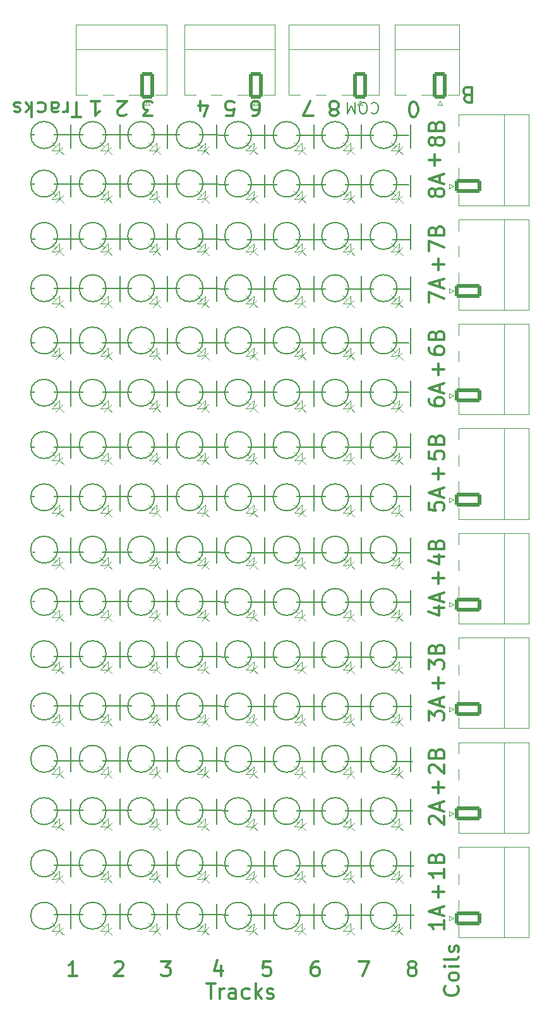
<source format=gbr>
%TF.GenerationSoftware,KiCad,Pcbnew,8.0.8*%
%TF.CreationDate,2025-02-01T21:35:17+01:00*%
%TF.ProjectId,pointMatrix,706f696e-744d-4617-9472-69782e6b6963,rev?*%
%TF.SameCoordinates,Original*%
%TF.FileFunction,Legend,Top*%
%TF.FilePolarity,Positive*%
%FSLAX46Y46*%
G04 Gerber Fmt 4.6, Leading zero omitted, Abs format (unit mm)*
G04 Created by KiCad (PCBNEW 8.0.8) date 2025-02-01 21:35:17*
%MOMM*%
%LPD*%
G01*
G04 APERTURE LIST*
G04 Aperture macros list*
%AMRoundRect*
0 Rectangle with rounded corners*
0 $1 Rounding radius*
0 $2 $3 $4 $5 $6 $7 $8 $9 X,Y pos of 4 corners*
0 Add a 4 corners polygon primitive as box body*
4,1,4,$2,$3,$4,$5,$6,$7,$8,$9,$2,$3,0*
0 Add four circle primitives for the rounded corners*
1,1,$1+$1,$2,$3*
1,1,$1+$1,$4,$5*
1,1,$1+$1,$6,$7*
1,1,$1+$1,$8,$9*
0 Add four rect primitives between the rounded corners*
20,1,$1+$1,$2,$3,$4,$5,0*
20,1,$1+$1,$4,$5,$6,$7,0*
20,1,$1+$1,$6,$7,$8,$9,0*
20,1,$1+$1,$8,$9,$2,$3,0*%
%AMHorizOval*
0 Thick line with rounded ends*
0 $1 width*
0 $2 $3 position (X,Y) of the first rounded end (center of the circle)*
0 $4 $5 position (X,Y) of the second rounded end (center of the circle)*
0 Add line between two ends*
20,1,$1,$2,$3,$4,$5,0*
0 Add two circle primitives to create the rounded ends*
1,1,$1,$2,$3*
1,1,$1,$4,$5*%
%AMRotRect*
0 Rectangle, with rotation*
0 The origin of the aperture is its center*
0 $1 length*
0 $2 width*
0 $3 Rotation angle, in degrees counterclockwise*
0 Add horizontal line*
21,1,$1,$2,0,0,$3*%
G04 Aperture macros list end*
%ADD10C,0.150000*%
%ADD11C,0.300000*%
%ADD12C,0.200000*%
%ADD13C,0.120000*%
%ADD14RotRect,2.600000X2.600000X135.000000*%
%ADD15HorizOval,2.600000X0.000000X0.000000X0.000000X0.000000X0*%
%ADD16RoundRect,0.250000X1.550000X-0.650000X1.550000X0.650000X-1.550000X0.650000X-1.550000X-0.650000X0*%
%ADD17O,3.600000X1.800000*%
%ADD18C,3.200000*%
%ADD19RoundRect,0.250000X0.650000X1.550000X-0.650000X1.550000X-0.650000X-1.550000X0.650000X-1.550000X0*%
%ADD20O,1.800000X3.600000*%
G04 APERTURE END LIST*
D10*
X71860960Y-149472961D02*
X122555000Y-149479000D01*
X71352960Y-93465961D02*
X122047000Y-93472000D01*
X71352960Y-65652961D02*
X122047000Y-65659000D01*
X71479960Y-114039961D02*
X122174000Y-114046000D01*
X76708000Y-64262000D02*
X76708000Y-173736000D01*
X71733960Y-142106961D02*
X122428000Y-142113000D01*
X122301000Y-64262000D02*
X122301000Y-173736000D01*
X89662000Y-64262000D02*
X89662000Y-173736000D01*
X71860960Y-156076961D02*
X122555000Y-156083000D01*
X115697000Y-64262000D02*
X115697000Y-173736000D01*
X83312000Y-64262000D02*
X83312000Y-173736000D01*
X71479960Y-86226961D02*
X122174000Y-86233000D01*
X71987960Y-170046961D02*
X122682000Y-170053000D01*
X71479960Y-107435961D02*
X122174000Y-107442000D01*
X102743000Y-64262000D02*
X102743000Y-173736000D01*
X109347000Y-64262000D02*
X109347000Y-173736000D01*
X71733960Y-135502961D02*
X122428000Y-135509000D01*
X71352960Y-100069961D02*
X122047000Y-100076000D01*
X71352960Y-72256961D02*
X122047000Y-72263000D01*
X71479960Y-79622961D02*
X122174000Y-79629000D01*
X96266000Y-64262000D02*
X96266000Y-173736000D01*
X71987960Y-163442961D02*
X122682000Y-163449000D01*
X71606960Y-121532961D02*
X122301000Y-121539000D01*
X71606960Y-128136961D02*
X122301000Y-128143000D01*
D11*
X94928571Y-179239638D02*
X96071428Y-179239638D01*
X95499999Y-181239638D02*
X95499999Y-179239638D01*
X96738095Y-181239638D02*
X96738095Y-179906304D01*
X96738095Y-180287257D02*
X96833333Y-180096780D01*
X96833333Y-180096780D02*
X96928571Y-180001542D01*
X96928571Y-180001542D02*
X97119047Y-179906304D01*
X97119047Y-179906304D02*
X97309524Y-179906304D01*
X98833333Y-181239638D02*
X98833333Y-180192019D01*
X98833333Y-180192019D02*
X98738095Y-180001542D01*
X98738095Y-180001542D02*
X98547619Y-179906304D01*
X98547619Y-179906304D02*
X98166666Y-179906304D01*
X98166666Y-179906304D02*
X97976190Y-180001542D01*
X98833333Y-181144400D02*
X98642857Y-181239638D01*
X98642857Y-181239638D02*
X98166666Y-181239638D01*
X98166666Y-181239638D02*
X97976190Y-181144400D01*
X97976190Y-181144400D02*
X97880952Y-180953923D01*
X97880952Y-180953923D02*
X97880952Y-180763447D01*
X97880952Y-180763447D02*
X97976190Y-180572971D01*
X97976190Y-180572971D02*
X98166666Y-180477733D01*
X98166666Y-180477733D02*
X98642857Y-180477733D01*
X98642857Y-180477733D02*
X98833333Y-180382495D01*
X100642857Y-181144400D02*
X100452381Y-181239638D01*
X100452381Y-181239638D02*
X100071428Y-181239638D01*
X100071428Y-181239638D02*
X99880952Y-181144400D01*
X99880952Y-181144400D02*
X99785714Y-181049161D01*
X99785714Y-181049161D02*
X99690476Y-180858685D01*
X99690476Y-180858685D02*
X99690476Y-180287257D01*
X99690476Y-180287257D02*
X99785714Y-180096780D01*
X99785714Y-180096780D02*
X99880952Y-180001542D01*
X99880952Y-180001542D02*
X100071428Y-179906304D01*
X100071428Y-179906304D02*
X100452381Y-179906304D01*
X100452381Y-179906304D02*
X100642857Y-180001542D01*
X101500000Y-181239638D02*
X101500000Y-179239638D01*
X101690476Y-180477733D02*
X102261905Y-181239638D01*
X102261905Y-179906304D02*
X101500000Y-180668209D01*
X103023810Y-181144400D02*
X103214286Y-181239638D01*
X103214286Y-181239638D02*
X103595238Y-181239638D01*
X103595238Y-181239638D02*
X103785715Y-181144400D01*
X103785715Y-181144400D02*
X103880953Y-180953923D01*
X103880953Y-180953923D02*
X103880953Y-180858685D01*
X103880953Y-180858685D02*
X103785715Y-180668209D01*
X103785715Y-180668209D02*
X103595238Y-180572971D01*
X103595238Y-180572971D02*
X103309524Y-180572971D01*
X103309524Y-180572971D02*
X103119048Y-180477733D01*
X103119048Y-180477733D02*
X103023810Y-180287257D01*
X103023810Y-180287257D02*
X103023810Y-180192019D01*
X103023810Y-180192019D02*
X103119048Y-180001542D01*
X103119048Y-180001542D02*
X103309524Y-179906304D01*
X103309524Y-179906304D02*
X103595238Y-179906304D01*
X103595238Y-179906304D02*
X103785715Y-180001542D01*
X129857142Y-60307980D02*
X129571428Y-60212742D01*
X129571428Y-60212742D02*
X129476190Y-60117504D01*
X129476190Y-60117504D02*
X129380952Y-59927028D01*
X129380952Y-59927028D02*
X129380952Y-59641314D01*
X129380952Y-59641314D02*
X129476190Y-59450838D01*
X129476190Y-59450838D02*
X129571428Y-59355600D01*
X129571428Y-59355600D02*
X129761904Y-59260361D01*
X129761904Y-59260361D02*
X130523809Y-59260361D01*
X130523809Y-59260361D02*
X130523809Y-61260361D01*
X130523809Y-61260361D02*
X129857142Y-61260361D01*
X129857142Y-61260361D02*
X129666666Y-61165123D01*
X129666666Y-61165123D02*
X129571428Y-61069885D01*
X129571428Y-61069885D02*
X129476190Y-60879409D01*
X129476190Y-60879409D02*
X129476190Y-60688933D01*
X129476190Y-60688933D02*
X129571428Y-60498457D01*
X129571428Y-60498457D02*
X129666666Y-60403219D01*
X129666666Y-60403219D02*
X129857142Y-60307980D01*
X129857142Y-60307980D02*
X130523809Y-60307980D01*
X125977733Y-125761904D02*
X125977733Y-124238095D01*
X126739638Y-124999999D02*
X125215828Y-124999999D01*
X103476190Y-176239638D02*
X102523809Y-176239638D01*
X102523809Y-176239638D02*
X102428571Y-177192019D01*
X102428571Y-177192019D02*
X102523809Y-177096780D01*
X102523809Y-177096780D02*
X102714285Y-177001542D01*
X102714285Y-177001542D02*
X103190476Y-177001542D01*
X103190476Y-177001542D02*
X103380952Y-177096780D01*
X103380952Y-177096780D02*
X103476190Y-177192019D01*
X103476190Y-177192019D02*
X103571428Y-177382495D01*
X103571428Y-177382495D02*
X103571428Y-177858685D01*
X103571428Y-177858685D02*
X103476190Y-178049161D01*
X103476190Y-178049161D02*
X103380952Y-178144400D01*
X103380952Y-178144400D02*
X103190476Y-178239638D01*
X103190476Y-178239638D02*
X102714285Y-178239638D01*
X102714285Y-178239638D02*
X102523809Y-178144400D01*
X102523809Y-178144400D02*
X102428571Y-178049161D01*
X124739638Y-137166666D02*
X124739638Y-135928571D01*
X124739638Y-135928571D02*
X125501542Y-136595238D01*
X125501542Y-136595238D02*
X125501542Y-136309523D01*
X125501542Y-136309523D02*
X125596780Y-136119047D01*
X125596780Y-136119047D02*
X125692019Y-136023809D01*
X125692019Y-136023809D02*
X125882495Y-135928571D01*
X125882495Y-135928571D02*
X126358685Y-135928571D01*
X126358685Y-135928571D02*
X126549161Y-136023809D01*
X126549161Y-136023809D02*
X126644400Y-136119047D01*
X126644400Y-136119047D02*
X126739638Y-136309523D01*
X126739638Y-136309523D02*
X126739638Y-136880952D01*
X126739638Y-136880952D02*
X126644400Y-137071428D01*
X126644400Y-137071428D02*
X126549161Y-137166666D01*
X125692019Y-134404761D02*
X125787257Y-134119047D01*
X125787257Y-134119047D02*
X125882495Y-134023809D01*
X125882495Y-134023809D02*
X126072971Y-133928571D01*
X126072971Y-133928571D02*
X126358685Y-133928571D01*
X126358685Y-133928571D02*
X126549161Y-134023809D01*
X126549161Y-134023809D02*
X126644400Y-134119047D01*
X126644400Y-134119047D02*
X126739638Y-134309523D01*
X126739638Y-134309523D02*
X126739638Y-135071428D01*
X126739638Y-135071428D02*
X124739638Y-135071428D01*
X124739638Y-135071428D02*
X124739638Y-134404761D01*
X124739638Y-134404761D02*
X124834876Y-134214285D01*
X124834876Y-134214285D02*
X124930114Y-134119047D01*
X124930114Y-134119047D02*
X125120590Y-134023809D01*
X125120590Y-134023809D02*
X125311066Y-134023809D01*
X125311066Y-134023809D02*
X125501542Y-134119047D01*
X125501542Y-134119047D02*
X125596780Y-134214285D01*
X125596780Y-134214285D02*
X125692019Y-134404761D01*
X125692019Y-134404761D02*
X125692019Y-135071428D01*
X82613571Y-176430114D02*
X82708809Y-176334876D01*
X82708809Y-176334876D02*
X82899285Y-176239638D01*
X82899285Y-176239638D02*
X83375476Y-176239638D01*
X83375476Y-176239638D02*
X83565952Y-176334876D01*
X83565952Y-176334876D02*
X83661190Y-176430114D01*
X83661190Y-176430114D02*
X83756428Y-176620590D01*
X83756428Y-176620590D02*
X83756428Y-176811066D01*
X83756428Y-176811066D02*
X83661190Y-177096780D01*
X83661190Y-177096780D02*
X82518333Y-178239638D01*
X82518333Y-178239638D02*
X83756428Y-178239638D01*
X124739638Y-144023809D02*
X124739638Y-142785714D01*
X124739638Y-142785714D02*
X125501542Y-143452381D01*
X125501542Y-143452381D02*
X125501542Y-143166666D01*
X125501542Y-143166666D02*
X125596780Y-142976190D01*
X125596780Y-142976190D02*
X125692019Y-142880952D01*
X125692019Y-142880952D02*
X125882495Y-142785714D01*
X125882495Y-142785714D02*
X126358685Y-142785714D01*
X126358685Y-142785714D02*
X126549161Y-142880952D01*
X126549161Y-142880952D02*
X126644400Y-142976190D01*
X126644400Y-142976190D02*
X126739638Y-143166666D01*
X126739638Y-143166666D02*
X126739638Y-143738095D01*
X126739638Y-143738095D02*
X126644400Y-143928571D01*
X126644400Y-143928571D02*
X126549161Y-144023809D01*
X126168209Y-142023809D02*
X126168209Y-141071428D01*
X126739638Y-142214285D02*
X124739638Y-141547619D01*
X124739638Y-141547619D02*
X126739638Y-140880952D01*
X124739638Y-81166666D02*
X124739638Y-79833333D01*
X124739638Y-79833333D02*
X126739638Y-80690476D01*
X125692019Y-78404761D02*
X125787257Y-78119047D01*
X125787257Y-78119047D02*
X125882495Y-78023809D01*
X125882495Y-78023809D02*
X126072971Y-77928571D01*
X126072971Y-77928571D02*
X126358685Y-77928571D01*
X126358685Y-77928571D02*
X126549161Y-78023809D01*
X126549161Y-78023809D02*
X126644400Y-78119047D01*
X126644400Y-78119047D02*
X126739638Y-78309523D01*
X126739638Y-78309523D02*
X126739638Y-79071428D01*
X126739638Y-79071428D02*
X124739638Y-79071428D01*
X124739638Y-79071428D02*
X124739638Y-78404761D01*
X124739638Y-78404761D02*
X124834876Y-78214285D01*
X124834876Y-78214285D02*
X124930114Y-78119047D01*
X124930114Y-78119047D02*
X125120590Y-78023809D01*
X125120590Y-78023809D02*
X125311066Y-78023809D01*
X125311066Y-78023809D02*
X125501542Y-78119047D01*
X125501542Y-78119047D02*
X125596780Y-78214285D01*
X125596780Y-78214285D02*
X125692019Y-78404761D01*
X125692019Y-78404761D02*
X125692019Y-79071428D01*
X124739638Y-94119047D02*
X124739638Y-94500000D01*
X124739638Y-94500000D02*
X124834876Y-94690476D01*
X124834876Y-94690476D02*
X124930114Y-94785714D01*
X124930114Y-94785714D02*
X125215828Y-94976190D01*
X125215828Y-94976190D02*
X125596780Y-95071428D01*
X125596780Y-95071428D02*
X126358685Y-95071428D01*
X126358685Y-95071428D02*
X126549161Y-94976190D01*
X126549161Y-94976190D02*
X126644400Y-94880952D01*
X126644400Y-94880952D02*
X126739638Y-94690476D01*
X126739638Y-94690476D02*
X126739638Y-94309523D01*
X126739638Y-94309523D02*
X126644400Y-94119047D01*
X126644400Y-94119047D02*
X126549161Y-94023809D01*
X126549161Y-94023809D02*
X126358685Y-93928571D01*
X126358685Y-93928571D02*
X125882495Y-93928571D01*
X125882495Y-93928571D02*
X125692019Y-94023809D01*
X125692019Y-94023809D02*
X125596780Y-94119047D01*
X125596780Y-94119047D02*
X125501542Y-94309523D01*
X125501542Y-94309523D02*
X125501542Y-94690476D01*
X125501542Y-94690476D02*
X125596780Y-94880952D01*
X125596780Y-94880952D02*
X125692019Y-94976190D01*
X125692019Y-94976190D02*
X125882495Y-95071428D01*
X125692019Y-92404761D02*
X125787257Y-92119047D01*
X125787257Y-92119047D02*
X125882495Y-92023809D01*
X125882495Y-92023809D02*
X126072971Y-91928571D01*
X126072971Y-91928571D02*
X126358685Y-91928571D01*
X126358685Y-91928571D02*
X126549161Y-92023809D01*
X126549161Y-92023809D02*
X126644400Y-92119047D01*
X126644400Y-92119047D02*
X126739638Y-92309523D01*
X126739638Y-92309523D02*
X126739638Y-93071428D01*
X126739638Y-93071428D02*
X124739638Y-93071428D01*
X124739638Y-93071428D02*
X124739638Y-92404761D01*
X124739638Y-92404761D02*
X124834876Y-92214285D01*
X124834876Y-92214285D02*
X124930114Y-92119047D01*
X124930114Y-92119047D02*
X125120590Y-92023809D01*
X125120590Y-92023809D02*
X125311066Y-92023809D01*
X125311066Y-92023809D02*
X125501542Y-92119047D01*
X125501542Y-92119047D02*
X125596780Y-92214285D01*
X125596780Y-92214285D02*
X125692019Y-92404761D01*
X125692019Y-92404761D02*
X125692019Y-93071428D01*
X97567809Y-63093361D02*
X98520190Y-63093361D01*
X98520190Y-63093361D02*
X98615428Y-62140980D01*
X98615428Y-62140980D02*
X98520190Y-62236219D01*
X98520190Y-62236219D02*
X98329714Y-62331457D01*
X98329714Y-62331457D02*
X97853523Y-62331457D01*
X97853523Y-62331457D02*
X97663047Y-62236219D01*
X97663047Y-62236219D02*
X97567809Y-62140980D01*
X97567809Y-62140980D02*
X97472571Y-61950504D01*
X97472571Y-61950504D02*
X97472571Y-61474314D01*
X97472571Y-61474314D02*
X97567809Y-61283838D01*
X97567809Y-61283838D02*
X97663047Y-61188600D01*
X97663047Y-61188600D02*
X97853523Y-61093361D01*
X97853523Y-61093361D02*
X98329714Y-61093361D01*
X98329714Y-61093361D02*
X98520190Y-61188600D01*
X98520190Y-61188600D02*
X98615428Y-61283838D01*
X96880952Y-176906304D02*
X96880952Y-178239638D01*
X96404761Y-176144400D02*
X95928571Y-177572971D01*
X95928571Y-177572971D02*
X97166666Y-177572971D01*
X109251666Y-63093361D02*
X107918333Y-63093361D01*
X107918333Y-63093361D02*
X108775476Y-61093361D01*
X124739638Y-88023809D02*
X124739638Y-86690476D01*
X124739638Y-86690476D02*
X126739638Y-87547619D01*
X126168209Y-86023809D02*
X126168209Y-85071428D01*
X126739638Y-86214285D02*
X124739638Y-85547619D01*
X124739638Y-85547619D02*
X126739638Y-84880952D01*
X125406304Y-122119047D02*
X126739638Y-122119047D01*
X124644400Y-122595238D02*
X126072971Y-123071428D01*
X126072971Y-123071428D02*
X126072971Y-121833333D01*
X125692019Y-120404761D02*
X125787257Y-120119047D01*
X125787257Y-120119047D02*
X125882495Y-120023809D01*
X125882495Y-120023809D02*
X126072971Y-119928571D01*
X126072971Y-119928571D02*
X126358685Y-119928571D01*
X126358685Y-119928571D02*
X126549161Y-120023809D01*
X126549161Y-120023809D02*
X126644400Y-120119047D01*
X126644400Y-120119047D02*
X126739638Y-120309523D01*
X126739638Y-120309523D02*
X126739638Y-121071428D01*
X126739638Y-121071428D02*
X124739638Y-121071428D01*
X124739638Y-121071428D02*
X124739638Y-120404761D01*
X124739638Y-120404761D02*
X124834876Y-120214285D01*
X124834876Y-120214285D02*
X124930114Y-120119047D01*
X124930114Y-120119047D02*
X125120590Y-120023809D01*
X125120590Y-120023809D02*
X125311066Y-120023809D01*
X125311066Y-120023809D02*
X125501542Y-120119047D01*
X125501542Y-120119047D02*
X125596780Y-120214285D01*
X125596780Y-120214285D02*
X125692019Y-120404761D01*
X125692019Y-120404761D02*
X125692019Y-121071428D01*
X128549161Y-179595238D02*
X128644400Y-179690476D01*
X128644400Y-179690476D02*
X128739638Y-179976190D01*
X128739638Y-179976190D02*
X128739638Y-180166666D01*
X128739638Y-180166666D02*
X128644400Y-180452381D01*
X128644400Y-180452381D02*
X128453923Y-180642857D01*
X128453923Y-180642857D02*
X128263447Y-180738095D01*
X128263447Y-180738095D02*
X127882495Y-180833333D01*
X127882495Y-180833333D02*
X127596780Y-180833333D01*
X127596780Y-180833333D02*
X127215828Y-180738095D01*
X127215828Y-180738095D02*
X127025352Y-180642857D01*
X127025352Y-180642857D02*
X126834876Y-180452381D01*
X126834876Y-180452381D02*
X126739638Y-180166666D01*
X126739638Y-180166666D02*
X126739638Y-179976190D01*
X126739638Y-179976190D02*
X126834876Y-179690476D01*
X126834876Y-179690476D02*
X126930114Y-179595238D01*
X128739638Y-178452381D02*
X128644400Y-178642857D01*
X128644400Y-178642857D02*
X128549161Y-178738095D01*
X128549161Y-178738095D02*
X128358685Y-178833333D01*
X128358685Y-178833333D02*
X127787257Y-178833333D01*
X127787257Y-178833333D02*
X127596780Y-178738095D01*
X127596780Y-178738095D02*
X127501542Y-178642857D01*
X127501542Y-178642857D02*
X127406304Y-178452381D01*
X127406304Y-178452381D02*
X127406304Y-178166666D01*
X127406304Y-178166666D02*
X127501542Y-177976190D01*
X127501542Y-177976190D02*
X127596780Y-177880952D01*
X127596780Y-177880952D02*
X127787257Y-177785714D01*
X127787257Y-177785714D02*
X128358685Y-177785714D01*
X128358685Y-177785714D02*
X128549161Y-177880952D01*
X128549161Y-177880952D02*
X128644400Y-177976190D01*
X128644400Y-177976190D02*
X128739638Y-178166666D01*
X128739638Y-178166666D02*
X128739638Y-178452381D01*
X128739638Y-176928571D02*
X127406304Y-176928571D01*
X126739638Y-176928571D02*
X126834876Y-177023809D01*
X126834876Y-177023809D02*
X126930114Y-176928571D01*
X126930114Y-176928571D02*
X126834876Y-176833333D01*
X126834876Y-176833333D02*
X126739638Y-176928571D01*
X126739638Y-176928571D02*
X126930114Y-176928571D01*
X128739638Y-175690476D02*
X128644400Y-175880952D01*
X128644400Y-175880952D02*
X128453923Y-175976190D01*
X128453923Y-175976190D02*
X126739638Y-175976190D01*
X128644400Y-175023809D02*
X128739638Y-174833333D01*
X128739638Y-174833333D02*
X128739638Y-174452381D01*
X128739638Y-174452381D02*
X128644400Y-174261904D01*
X128644400Y-174261904D02*
X128453923Y-174166666D01*
X128453923Y-174166666D02*
X128358685Y-174166666D01*
X128358685Y-174166666D02*
X128168209Y-174261904D01*
X128168209Y-174261904D02*
X128072971Y-174452381D01*
X128072971Y-174452381D02*
X128072971Y-174738095D01*
X128072971Y-174738095D02*
X127977733Y-174928571D01*
X127977733Y-174928571D02*
X127787257Y-175023809D01*
X127787257Y-175023809D02*
X127692019Y-175023809D01*
X127692019Y-175023809D02*
X127501542Y-174928571D01*
X127501542Y-174928571D02*
X127406304Y-174738095D01*
X127406304Y-174738095D02*
X127406304Y-174452381D01*
X127406304Y-174452381D02*
X127501542Y-174261904D01*
X125977733Y-167761904D02*
X125977733Y-166238095D01*
X126739638Y-166999999D02*
X125215828Y-166999999D01*
X125477733Y-69761904D02*
X125477733Y-68238095D01*
X126239638Y-68999999D02*
X124715828Y-68999999D01*
X124739638Y-108023809D02*
X124739638Y-108976190D01*
X124739638Y-108976190D02*
X125692019Y-109071428D01*
X125692019Y-109071428D02*
X125596780Y-108976190D01*
X125596780Y-108976190D02*
X125501542Y-108785714D01*
X125501542Y-108785714D02*
X125501542Y-108309523D01*
X125501542Y-108309523D02*
X125596780Y-108119047D01*
X125596780Y-108119047D02*
X125692019Y-108023809D01*
X125692019Y-108023809D02*
X125882495Y-107928571D01*
X125882495Y-107928571D02*
X126358685Y-107928571D01*
X126358685Y-107928571D02*
X126549161Y-108023809D01*
X126549161Y-108023809D02*
X126644400Y-108119047D01*
X126644400Y-108119047D02*
X126739638Y-108309523D01*
X126739638Y-108309523D02*
X126739638Y-108785714D01*
X126739638Y-108785714D02*
X126644400Y-108976190D01*
X126644400Y-108976190D02*
X126549161Y-109071428D01*
X125692019Y-106404761D02*
X125787257Y-106119047D01*
X125787257Y-106119047D02*
X125882495Y-106023809D01*
X125882495Y-106023809D02*
X126072971Y-105928571D01*
X126072971Y-105928571D02*
X126358685Y-105928571D01*
X126358685Y-105928571D02*
X126549161Y-106023809D01*
X126549161Y-106023809D02*
X126644400Y-106119047D01*
X126644400Y-106119047D02*
X126739638Y-106309523D01*
X126739638Y-106309523D02*
X126739638Y-107071428D01*
X126739638Y-107071428D02*
X124739638Y-107071428D01*
X124739638Y-107071428D02*
X124739638Y-106404761D01*
X124739638Y-106404761D02*
X124834876Y-106214285D01*
X124834876Y-106214285D02*
X124930114Y-106119047D01*
X124930114Y-106119047D02*
X125120590Y-106023809D01*
X125120590Y-106023809D02*
X125311066Y-106023809D01*
X125311066Y-106023809D02*
X125501542Y-106119047D01*
X125501542Y-106119047D02*
X125596780Y-106214285D01*
X125596780Y-106214285D02*
X125692019Y-106404761D01*
X125692019Y-106404761D02*
X125692019Y-107071428D01*
X124739638Y-114880952D02*
X124739638Y-115833333D01*
X124739638Y-115833333D02*
X125692019Y-115928571D01*
X125692019Y-115928571D02*
X125596780Y-115833333D01*
X125596780Y-115833333D02*
X125501542Y-115642857D01*
X125501542Y-115642857D02*
X125501542Y-115166666D01*
X125501542Y-115166666D02*
X125596780Y-114976190D01*
X125596780Y-114976190D02*
X125692019Y-114880952D01*
X125692019Y-114880952D02*
X125882495Y-114785714D01*
X125882495Y-114785714D02*
X126358685Y-114785714D01*
X126358685Y-114785714D02*
X126549161Y-114880952D01*
X126549161Y-114880952D02*
X126644400Y-114976190D01*
X126644400Y-114976190D02*
X126739638Y-115166666D01*
X126739638Y-115166666D02*
X126739638Y-115642857D01*
X126739638Y-115642857D02*
X126644400Y-115833333D01*
X126644400Y-115833333D02*
X126549161Y-115928571D01*
X126168209Y-114023809D02*
X126168209Y-113071428D01*
X126739638Y-114214285D02*
X124739638Y-113547619D01*
X124739638Y-113547619D02*
X126739638Y-112880952D01*
X125596780Y-66690476D02*
X125501542Y-66880952D01*
X125501542Y-66880952D02*
X125406304Y-66976190D01*
X125406304Y-66976190D02*
X125215828Y-67071428D01*
X125215828Y-67071428D02*
X125120590Y-67071428D01*
X125120590Y-67071428D02*
X124930114Y-66976190D01*
X124930114Y-66976190D02*
X124834876Y-66880952D01*
X124834876Y-66880952D02*
X124739638Y-66690476D01*
X124739638Y-66690476D02*
X124739638Y-66309523D01*
X124739638Y-66309523D02*
X124834876Y-66119047D01*
X124834876Y-66119047D02*
X124930114Y-66023809D01*
X124930114Y-66023809D02*
X125120590Y-65928571D01*
X125120590Y-65928571D02*
X125215828Y-65928571D01*
X125215828Y-65928571D02*
X125406304Y-66023809D01*
X125406304Y-66023809D02*
X125501542Y-66119047D01*
X125501542Y-66119047D02*
X125596780Y-66309523D01*
X125596780Y-66309523D02*
X125596780Y-66690476D01*
X125596780Y-66690476D02*
X125692019Y-66880952D01*
X125692019Y-66880952D02*
X125787257Y-66976190D01*
X125787257Y-66976190D02*
X125977733Y-67071428D01*
X125977733Y-67071428D02*
X126358685Y-67071428D01*
X126358685Y-67071428D02*
X126549161Y-66976190D01*
X126549161Y-66976190D02*
X126644400Y-66880952D01*
X126644400Y-66880952D02*
X126739638Y-66690476D01*
X126739638Y-66690476D02*
X126739638Y-66309523D01*
X126739638Y-66309523D02*
X126644400Y-66119047D01*
X126644400Y-66119047D02*
X126549161Y-66023809D01*
X126549161Y-66023809D02*
X126358685Y-65928571D01*
X126358685Y-65928571D02*
X125977733Y-65928571D01*
X125977733Y-65928571D02*
X125787257Y-66023809D01*
X125787257Y-66023809D02*
X125692019Y-66119047D01*
X125692019Y-66119047D02*
X125596780Y-66309523D01*
X125692019Y-64404761D02*
X125787257Y-64119047D01*
X125787257Y-64119047D02*
X125882495Y-64023809D01*
X125882495Y-64023809D02*
X126072971Y-63928571D01*
X126072971Y-63928571D02*
X126358685Y-63928571D01*
X126358685Y-63928571D02*
X126549161Y-64023809D01*
X126549161Y-64023809D02*
X126644400Y-64119047D01*
X126644400Y-64119047D02*
X126739638Y-64309523D01*
X126739638Y-64309523D02*
X126739638Y-65071428D01*
X126739638Y-65071428D02*
X124739638Y-65071428D01*
X124739638Y-65071428D02*
X124739638Y-64404761D01*
X124739638Y-64404761D02*
X124834876Y-64214285D01*
X124834876Y-64214285D02*
X124930114Y-64119047D01*
X124930114Y-64119047D02*
X125120590Y-64023809D01*
X125120590Y-64023809D02*
X125311066Y-64023809D01*
X125311066Y-64023809D02*
X125501542Y-64119047D01*
X125501542Y-64119047D02*
X125596780Y-64214285D01*
X125596780Y-64214285D02*
X125692019Y-64404761D01*
X125692019Y-64404761D02*
X125692019Y-65071428D01*
X125977733Y-111761904D02*
X125977733Y-110238095D01*
X126739638Y-110999999D02*
X125215828Y-110999999D01*
X88833333Y-176239638D02*
X90071428Y-176239638D01*
X90071428Y-176239638D02*
X89404761Y-177001542D01*
X89404761Y-177001542D02*
X89690476Y-177001542D01*
X89690476Y-177001542D02*
X89880952Y-177096780D01*
X89880952Y-177096780D02*
X89976190Y-177192019D01*
X89976190Y-177192019D02*
X90071428Y-177382495D01*
X90071428Y-177382495D02*
X90071428Y-177858685D01*
X90071428Y-177858685D02*
X89976190Y-178049161D01*
X89976190Y-178049161D02*
X89880952Y-178144400D01*
X89880952Y-178144400D02*
X89690476Y-178239638D01*
X89690476Y-178239638D02*
X89119047Y-178239638D01*
X89119047Y-178239638D02*
X88928571Y-178144400D01*
X88928571Y-178144400D02*
X88833333Y-178049161D01*
X84137428Y-62902885D02*
X84042190Y-62998123D01*
X84042190Y-62998123D02*
X83851714Y-63093361D01*
X83851714Y-63093361D02*
X83375523Y-63093361D01*
X83375523Y-63093361D02*
X83185047Y-62998123D01*
X83185047Y-62998123D02*
X83089809Y-62902885D01*
X83089809Y-62902885D02*
X82994571Y-62712409D01*
X82994571Y-62712409D02*
X82994571Y-62521933D01*
X82994571Y-62521933D02*
X83089809Y-62236219D01*
X83089809Y-62236219D02*
X84232666Y-61093361D01*
X84232666Y-61093361D02*
X82994571Y-61093361D01*
D12*
X117002571Y-61423828D02*
X117073999Y-61352400D01*
X117073999Y-61352400D02*
X117288285Y-61280971D01*
X117288285Y-61280971D02*
X117431142Y-61280971D01*
X117431142Y-61280971D02*
X117645428Y-61352400D01*
X117645428Y-61352400D02*
X117788285Y-61495257D01*
X117788285Y-61495257D02*
X117859714Y-61638114D01*
X117859714Y-61638114D02*
X117931142Y-61923828D01*
X117931142Y-61923828D02*
X117931142Y-62138114D01*
X117931142Y-62138114D02*
X117859714Y-62423828D01*
X117859714Y-62423828D02*
X117788285Y-62566685D01*
X117788285Y-62566685D02*
X117645428Y-62709542D01*
X117645428Y-62709542D02*
X117431142Y-62780971D01*
X117431142Y-62780971D02*
X117288285Y-62780971D01*
X117288285Y-62780971D02*
X117073999Y-62709542D01*
X117073999Y-62709542D02*
X117002571Y-62638114D01*
X116073999Y-62780971D02*
X115788285Y-62780971D01*
X115788285Y-62780971D02*
X115645428Y-62709542D01*
X115645428Y-62709542D02*
X115502571Y-62566685D01*
X115502571Y-62566685D02*
X115431142Y-62280971D01*
X115431142Y-62280971D02*
X115431142Y-61780971D01*
X115431142Y-61780971D02*
X115502571Y-61495257D01*
X115502571Y-61495257D02*
X115645428Y-61352400D01*
X115645428Y-61352400D02*
X115788285Y-61280971D01*
X115788285Y-61280971D02*
X116073999Y-61280971D01*
X116073999Y-61280971D02*
X116216857Y-61352400D01*
X116216857Y-61352400D02*
X116359714Y-61495257D01*
X116359714Y-61495257D02*
X116431142Y-61780971D01*
X116431142Y-61780971D02*
X116431142Y-62280971D01*
X116431142Y-62280971D02*
X116359714Y-62566685D01*
X116359714Y-62566685D02*
X116216857Y-62709542D01*
X116216857Y-62709542D02*
X116073999Y-62780971D01*
X114788285Y-61280971D02*
X114788285Y-62780971D01*
X114788285Y-62780971D02*
X114288285Y-61709542D01*
X114288285Y-61709542D02*
X113788285Y-62780971D01*
X113788285Y-62780971D02*
X113788285Y-61280971D01*
D11*
X125977733Y-97761904D02*
X125977733Y-96238095D01*
X126739638Y-96999999D02*
X125215828Y-96999999D01*
X125977733Y-153761904D02*
X125977733Y-152238095D01*
X126739638Y-152999999D02*
X125215828Y-152999999D01*
X126739638Y-170785714D02*
X126739638Y-171928571D01*
X126739638Y-171357143D02*
X124739638Y-171357143D01*
X124739638Y-171357143D02*
X125025352Y-171547619D01*
X125025352Y-171547619D02*
X125215828Y-171738095D01*
X125215828Y-171738095D02*
X125311066Y-171928571D01*
X126168209Y-170023809D02*
X126168209Y-169071428D01*
X126739638Y-170214285D02*
X124739638Y-169547619D01*
X124739638Y-169547619D02*
X126739638Y-168880952D01*
X94107047Y-62426695D02*
X94107047Y-61093361D01*
X94583238Y-63188600D02*
X95059428Y-61760028D01*
X95059428Y-61760028D02*
X93821333Y-61760028D01*
X125977733Y-83761904D02*
X125977733Y-82238095D01*
X126739638Y-82999999D02*
X125215828Y-82999999D01*
X109880952Y-176239638D02*
X109499999Y-176239638D01*
X109499999Y-176239638D02*
X109309523Y-176334876D01*
X109309523Y-176334876D02*
X109214285Y-176430114D01*
X109214285Y-176430114D02*
X109023809Y-176715828D01*
X109023809Y-176715828D02*
X108928571Y-177096780D01*
X108928571Y-177096780D02*
X108928571Y-177858685D01*
X108928571Y-177858685D02*
X109023809Y-178049161D01*
X109023809Y-178049161D02*
X109119047Y-178144400D01*
X109119047Y-178144400D02*
X109309523Y-178239638D01*
X109309523Y-178239638D02*
X109690476Y-178239638D01*
X109690476Y-178239638D02*
X109880952Y-178144400D01*
X109880952Y-178144400D02*
X109976190Y-178049161D01*
X109976190Y-178049161D02*
X110071428Y-177858685D01*
X110071428Y-177858685D02*
X110071428Y-177382495D01*
X110071428Y-177382495D02*
X109976190Y-177192019D01*
X109976190Y-177192019D02*
X109880952Y-177096780D01*
X109880952Y-177096780D02*
X109690476Y-177001542D01*
X109690476Y-177001542D02*
X109309523Y-177001542D01*
X109309523Y-177001542D02*
X109119047Y-177096780D01*
X109119047Y-177096780D02*
X109023809Y-177192019D01*
X109023809Y-177192019D02*
X108928571Y-177382495D01*
X124930114Y-157928571D02*
X124834876Y-157833333D01*
X124834876Y-157833333D02*
X124739638Y-157642857D01*
X124739638Y-157642857D02*
X124739638Y-157166666D01*
X124739638Y-157166666D02*
X124834876Y-156976190D01*
X124834876Y-156976190D02*
X124930114Y-156880952D01*
X124930114Y-156880952D02*
X125120590Y-156785714D01*
X125120590Y-156785714D02*
X125311066Y-156785714D01*
X125311066Y-156785714D02*
X125596780Y-156880952D01*
X125596780Y-156880952D02*
X126739638Y-158023809D01*
X126739638Y-158023809D02*
X126739638Y-156785714D01*
X126168209Y-156023809D02*
X126168209Y-155071428D01*
X126739638Y-156214285D02*
X124739638Y-155547619D01*
X124739638Y-155547619D02*
X126739638Y-154880952D01*
X124930114Y-151071428D02*
X124834876Y-150976190D01*
X124834876Y-150976190D02*
X124739638Y-150785714D01*
X124739638Y-150785714D02*
X124739638Y-150309523D01*
X124739638Y-150309523D02*
X124834876Y-150119047D01*
X124834876Y-150119047D02*
X124930114Y-150023809D01*
X124930114Y-150023809D02*
X125120590Y-149928571D01*
X125120590Y-149928571D02*
X125311066Y-149928571D01*
X125311066Y-149928571D02*
X125596780Y-150023809D01*
X125596780Y-150023809D02*
X126739638Y-151166666D01*
X126739638Y-151166666D02*
X126739638Y-149928571D01*
X125692019Y-148404761D02*
X125787257Y-148119047D01*
X125787257Y-148119047D02*
X125882495Y-148023809D01*
X125882495Y-148023809D02*
X126072971Y-147928571D01*
X126072971Y-147928571D02*
X126358685Y-147928571D01*
X126358685Y-147928571D02*
X126549161Y-148023809D01*
X126549161Y-148023809D02*
X126644400Y-148119047D01*
X126644400Y-148119047D02*
X126739638Y-148309523D01*
X126739638Y-148309523D02*
X126739638Y-149071428D01*
X126739638Y-149071428D02*
X124739638Y-149071428D01*
X124739638Y-149071428D02*
X124739638Y-148404761D01*
X124739638Y-148404761D02*
X124834876Y-148214285D01*
X124834876Y-148214285D02*
X124930114Y-148119047D01*
X124930114Y-148119047D02*
X125120590Y-148023809D01*
X125120590Y-148023809D02*
X125311066Y-148023809D01*
X125311066Y-148023809D02*
X125501542Y-148119047D01*
X125501542Y-148119047D02*
X125596780Y-148214285D01*
X125596780Y-148214285D02*
X125692019Y-148404761D01*
X125692019Y-148404761D02*
X125692019Y-149071428D01*
X126739638Y-163928571D02*
X126739638Y-165071428D01*
X126739638Y-164500000D02*
X124739638Y-164500000D01*
X124739638Y-164500000D02*
X125025352Y-164690476D01*
X125025352Y-164690476D02*
X125215828Y-164880952D01*
X125215828Y-164880952D02*
X125311066Y-165071428D01*
X125692019Y-162404761D02*
X125787257Y-162119047D01*
X125787257Y-162119047D02*
X125882495Y-162023809D01*
X125882495Y-162023809D02*
X126072971Y-161928571D01*
X126072971Y-161928571D02*
X126358685Y-161928571D01*
X126358685Y-161928571D02*
X126549161Y-162023809D01*
X126549161Y-162023809D02*
X126644400Y-162119047D01*
X126644400Y-162119047D02*
X126739638Y-162309523D01*
X126739638Y-162309523D02*
X126739638Y-163071428D01*
X126739638Y-163071428D02*
X124739638Y-163071428D01*
X124739638Y-163071428D02*
X124739638Y-162404761D01*
X124739638Y-162404761D02*
X124834876Y-162214285D01*
X124834876Y-162214285D02*
X124930114Y-162119047D01*
X124930114Y-162119047D02*
X125120590Y-162023809D01*
X125120590Y-162023809D02*
X125311066Y-162023809D01*
X125311066Y-162023809D02*
X125501542Y-162119047D01*
X125501542Y-162119047D02*
X125596780Y-162214285D01*
X125596780Y-162214285D02*
X125692019Y-162404761D01*
X125692019Y-162404761D02*
X125692019Y-163071428D01*
X78071428Y-63260361D02*
X76928571Y-63260361D01*
X77500000Y-61260361D02*
X77500000Y-63260361D01*
X76261904Y-61260361D02*
X76261904Y-62593695D01*
X76261904Y-62212742D02*
X76166666Y-62403219D01*
X76166666Y-62403219D02*
X76071428Y-62498457D01*
X76071428Y-62498457D02*
X75880952Y-62593695D01*
X75880952Y-62593695D02*
X75690475Y-62593695D01*
X74166666Y-61260361D02*
X74166666Y-62307980D01*
X74166666Y-62307980D02*
X74261904Y-62498457D01*
X74261904Y-62498457D02*
X74452380Y-62593695D01*
X74452380Y-62593695D02*
X74833333Y-62593695D01*
X74833333Y-62593695D02*
X75023809Y-62498457D01*
X74166666Y-61355600D02*
X74357142Y-61260361D01*
X74357142Y-61260361D02*
X74833333Y-61260361D01*
X74833333Y-61260361D02*
X75023809Y-61355600D01*
X75023809Y-61355600D02*
X75119047Y-61546076D01*
X75119047Y-61546076D02*
X75119047Y-61736552D01*
X75119047Y-61736552D02*
X75023809Y-61927028D01*
X75023809Y-61927028D02*
X74833333Y-62022266D01*
X74833333Y-62022266D02*
X74357142Y-62022266D01*
X74357142Y-62022266D02*
X74166666Y-62117504D01*
X72357142Y-61355600D02*
X72547618Y-61260361D01*
X72547618Y-61260361D02*
X72928571Y-61260361D01*
X72928571Y-61260361D02*
X73119047Y-61355600D01*
X73119047Y-61355600D02*
X73214285Y-61450838D01*
X73214285Y-61450838D02*
X73309523Y-61641314D01*
X73309523Y-61641314D02*
X73309523Y-62212742D01*
X73309523Y-62212742D02*
X73214285Y-62403219D01*
X73214285Y-62403219D02*
X73119047Y-62498457D01*
X73119047Y-62498457D02*
X72928571Y-62593695D01*
X72928571Y-62593695D02*
X72547618Y-62593695D01*
X72547618Y-62593695D02*
X72357142Y-62498457D01*
X71499999Y-61260361D02*
X71499999Y-63260361D01*
X71309523Y-62022266D02*
X70738094Y-61260361D01*
X70738094Y-62593695D02*
X71499999Y-61831790D01*
X69976189Y-61355600D02*
X69785713Y-61260361D01*
X69785713Y-61260361D02*
X69404761Y-61260361D01*
X69404761Y-61260361D02*
X69214284Y-61355600D01*
X69214284Y-61355600D02*
X69119046Y-61546076D01*
X69119046Y-61546076D02*
X69119046Y-61641314D01*
X69119046Y-61641314D02*
X69214284Y-61831790D01*
X69214284Y-61831790D02*
X69404761Y-61927028D01*
X69404761Y-61927028D02*
X69690475Y-61927028D01*
X69690475Y-61927028D02*
X69880951Y-62022266D01*
X69880951Y-62022266D02*
X69976189Y-62212742D01*
X69976189Y-62212742D02*
X69976189Y-62307980D01*
X69976189Y-62307980D02*
X69880951Y-62498457D01*
X69880951Y-62498457D02*
X69690475Y-62593695D01*
X69690475Y-62593695D02*
X69404761Y-62593695D01*
X69404761Y-62593695D02*
X69214284Y-62498457D01*
X125977733Y-139761904D02*
X125977733Y-138238095D01*
X126739638Y-138999999D02*
X125215828Y-138999999D01*
X79438571Y-61093361D02*
X80581428Y-61093361D01*
X80010000Y-61093361D02*
X80010000Y-63093361D01*
X80010000Y-63093361D02*
X80200476Y-62807647D01*
X80200476Y-62807647D02*
X80390952Y-62617171D01*
X80390952Y-62617171D02*
X80581428Y-62521933D01*
X87661666Y-63093361D02*
X86423571Y-63093361D01*
X86423571Y-63093361D02*
X87090238Y-62331457D01*
X87090238Y-62331457D02*
X86804523Y-62331457D01*
X86804523Y-62331457D02*
X86614047Y-62236219D01*
X86614047Y-62236219D02*
X86518809Y-62140980D01*
X86518809Y-62140980D02*
X86423571Y-61950504D01*
X86423571Y-61950504D02*
X86423571Y-61474314D01*
X86423571Y-61474314D02*
X86518809Y-61283838D01*
X86518809Y-61283838D02*
X86614047Y-61188600D01*
X86614047Y-61188600D02*
X86804523Y-61093361D01*
X86804523Y-61093361D02*
X87375952Y-61093361D01*
X87375952Y-61093361D02*
X87566428Y-61188600D01*
X87566428Y-61188600D02*
X87661666Y-61283838D01*
X124739638Y-100976190D02*
X124739638Y-101357143D01*
X124739638Y-101357143D02*
X124834876Y-101547619D01*
X124834876Y-101547619D02*
X124930114Y-101642857D01*
X124930114Y-101642857D02*
X125215828Y-101833333D01*
X125215828Y-101833333D02*
X125596780Y-101928571D01*
X125596780Y-101928571D02*
X126358685Y-101928571D01*
X126358685Y-101928571D02*
X126549161Y-101833333D01*
X126549161Y-101833333D02*
X126644400Y-101738095D01*
X126644400Y-101738095D02*
X126739638Y-101547619D01*
X126739638Y-101547619D02*
X126739638Y-101166666D01*
X126739638Y-101166666D02*
X126644400Y-100976190D01*
X126644400Y-100976190D02*
X126549161Y-100880952D01*
X126549161Y-100880952D02*
X126358685Y-100785714D01*
X126358685Y-100785714D02*
X125882495Y-100785714D01*
X125882495Y-100785714D02*
X125692019Y-100880952D01*
X125692019Y-100880952D02*
X125596780Y-100976190D01*
X125596780Y-100976190D02*
X125501542Y-101166666D01*
X125501542Y-101166666D02*
X125501542Y-101547619D01*
X125501542Y-101547619D02*
X125596780Y-101738095D01*
X125596780Y-101738095D02*
X125692019Y-101833333D01*
X125692019Y-101833333D02*
X125882495Y-101928571D01*
X126168209Y-100023809D02*
X126168209Y-99071428D01*
X126739638Y-100214285D02*
X124739638Y-99547619D01*
X124739638Y-99547619D02*
X126739638Y-98880952D01*
X125406304Y-128976190D02*
X126739638Y-128976190D01*
X124644400Y-129452381D02*
X126072971Y-129928571D01*
X126072971Y-129928571D02*
X126072971Y-128690476D01*
X126168209Y-128023809D02*
X126168209Y-127071428D01*
X126739638Y-128214285D02*
X124739638Y-127547619D01*
X124739638Y-127547619D02*
X126739638Y-126880952D01*
X101092047Y-63093361D02*
X101473000Y-63093361D01*
X101473000Y-63093361D02*
X101663476Y-62998123D01*
X101663476Y-62998123D02*
X101758714Y-62902885D01*
X101758714Y-62902885D02*
X101949190Y-62617171D01*
X101949190Y-62617171D02*
X102044428Y-62236219D01*
X102044428Y-62236219D02*
X102044428Y-61474314D01*
X102044428Y-61474314D02*
X101949190Y-61283838D01*
X101949190Y-61283838D02*
X101853952Y-61188600D01*
X101853952Y-61188600D02*
X101663476Y-61093361D01*
X101663476Y-61093361D02*
X101282523Y-61093361D01*
X101282523Y-61093361D02*
X101092047Y-61188600D01*
X101092047Y-61188600D02*
X100996809Y-61283838D01*
X100996809Y-61283838D02*
X100901571Y-61474314D01*
X100901571Y-61474314D02*
X100901571Y-61950504D01*
X100901571Y-61950504D02*
X100996809Y-62140980D01*
X100996809Y-62140980D02*
X101092047Y-62236219D01*
X101092047Y-62236219D02*
X101282523Y-62331457D01*
X101282523Y-62331457D02*
X101663476Y-62331457D01*
X101663476Y-62331457D02*
X101853952Y-62236219D01*
X101853952Y-62236219D02*
X101949190Y-62140980D01*
X101949190Y-62140980D02*
X102044428Y-61950504D01*
X122777238Y-63220361D02*
X122586761Y-63220361D01*
X122586761Y-63220361D02*
X122396285Y-63125123D01*
X122396285Y-63125123D02*
X122301047Y-63029885D01*
X122301047Y-63029885D02*
X122205809Y-62839409D01*
X122205809Y-62839409D02*
X122110571Y-62458457D01*
X122110571Y-62458457D02*
X122110571Y-61982266D01*
X122110571Y-61982266D02*
X122205809Y-61601314D01*
X122205809Y-61601314D02*
X122301047Y-61410838D01*
X122301047Y-61410838D02*
X122396285Y-61315600D01*
X122396285Y-61315600D02*
X122586761Y-61220361D01*
X122586761Y-61220361D02*
X122777238Y-61220361D01*
X122777238Y-61220361D02*
X122967714Y-61315600D01*
X122967714Y-61315600D02*
X123062952Y-61410838D01*
X123062952Y-61410838D02*
X123158190Y-61601314D01*
X123158190Y-61601314D02*
X123253428Y-61982266D01*
X123253428Y-61982266D02*
X123253428Y-62458457D01*
X123253428Y-62458457D02*
X123158190Y-62839409D01*
X123158190Y-62839409D02*
X123062952Y-63029885D01*
X123062952Y-63029885D02*
X122967714Y-63125123D01*
X122967714Y-63125123D02*
X122777238Y-63220361D01*
X122309523Y-177096780D02*
X122119047Y-177001542D01*
X122119047Y-177001542D02*
X122023809Y-176906304D01*
X122023809Y-176906304D02*
X121928571Y-176715828D01*
X121928571Y-176715828D02*
X121928571Y-176620590D01*
X121928571Y-176620590D02*
X122023809Y-176430114D01*
X122023809Y-176430114D02*
X122119047Y-176334876D01*
X122119047Y-176334876D02*
X122309523Y-176239638D01*
X122309523Y-176239638D02*
X122690476Y-176239638D01*
X122690476Y-176239638D02*
X122880952Y-176334876D01*
X122880952Y-176334876D02*
X122976190Y-176430114D01*
X122976190Y-176430114D02*
X123071428Y-176620590D01*
X123071428Y-176620590D02*
X123071428Y-176715828D01*
X123071428Y-176715828D02*
X122976190Y-176906304D01*
X122976190Y-176906304D02*
X122880952Y-177001542D01*
X122880952Y-177001542D02*
X122690476Y-177096780D01*
X122690476Y-177096780D02*
X122309523Y-177096780D01*
X122309523Y-177096780D02*
X122119047Y-177192019D01*
X122119047Y-177192019D02*
X122023809Y-177287257D01*
X122023809Y-177287257D02*
X121928571Y-177477733D01*
X121928571Y-177477733D02*
X121928571Y-177858685D01*
X121928571Y-177858685D02*
X122023809Y-178049161D01*
X122023809Y-178049161D02*
X122119047Y-178144400D01*
X122119047Y-178144400D02*
X122309523Y-178239638D01*
X122309523Y-178239638D02*
X122690476Y-178239638D01*
X122690476Y-178239638D02*
X122880952Y-178144400D01*
X122880952Y-178144400D02*
X122976190Y-178049161D01*
X122976190Y-178049161D02*
X123071428Y-177858685D01*
X123071428Y-177858685D02*
X123071428Y-177477733D01*
X123071428Y-177477733D02*
X122976190Y-177287257D01*
X122976190Y-177287257D02*
X122880952Y-177192019D01*
X122880952Y-177192019D02*
X122690476Y-177096780D01*
X77571428Y-178239638D02*
X76428571Y-178239638D01*
X76999999Y-178239638D02*
X76999999Y-176239638D01*
X76999999Y-176239638D02*
X76809523Y-176525352D01*
X76809523Y-176525352D02*
X76619047Y-176715828D01*
X76619047Y-176715828D02*
X76428571Y-176811066D01*
X115333333Y-176239638D02*
X116666666Y-176239638D01*
X116666666Y-176239638D02*
X115809523Y-178239638D01*
X112204476Y-62236219D02*
X112394952Y-62331457D01*
X112394952Y-62331457D02*
X112490190Y-62426695D01*
X112490190Y-62426695D02*
X112585428Y-62617171D01*
X112585428Y-62617171D02*
X112585428Y-62712409D01*
X112585428Y-62712409D02*
X112490190Y-62902885D01*
X112490190Y-62902885D02*
X112394952Y-62998123D01*
X112394952Y-62998123D02*
X112204476Y-63093361D01*
X112204476Y-63093361D02*
X111823523Y-63093361D01*
X111823523Y-63093361D02*
X111633047Y-62998123D01*
X111633047Y-62998123D02*
X111537809Y-62902885D01*
X111537809Y-62902885D02*
X111442571Y-62712409D01*
X111442571Y-62712409D02*
X111442571Y-62617171D01*
X111442571Y-62617171D02*
X111537809Y-62426695D01*
X111537809Y-62426695D02*
X111633047Y-62331457D01*
X111633047Y-62331457D02*
X111823523Y-62236219D01*
X111823523Y-62236219D02*
X112204476Y-62236219D01*
X112204476Y-62236219D02*
X112394952Y-62140980D01*
X112394952Y-62140980D02*
X112490190Y-62045742D01*
X112490190Y-62045742D02*
X112585428Y-61855266D01*
X112585428Y-61855266D02*
X112585428Y-61474314D01*
X112585428Y-61474314D02*
X112490190Y-61283838D01*
X112490190Y-61283838D02*
X112394952Y-61188600D01*
X112394952Y-61188600D02*
X112204476Y-61093361D01*
X112204476Y-61093361D02*
X111823523Y-61093361D01*
X111823523Y-61093361D02*
X111633047Y-61188600D01*
X111633047Y-61188600D02*
X111537809Y-61283838D01*
X111537809Y-61283838D02*
X111442571Y-61474314D01*
X111442571Y-61474314D02*
X111442571Y-61855266D01*
X111442571Y-61855266D02*
X111537809Y-62045742D01*
X111537809Y-62045742D02*
X111633047Y-62140980D01*
X111633047Y-62140980D02*
X111823523Y-62236219D01*
X125596780Y-73547619D02*
X125501542Y-73738095D01*
X125501542Y-73738095D02*
X125406304Y-73833333D01*
X125406304Y-73833333D02*
X125215828Y-73928571D01*
X125215828Y-73928571D02*
X125120590Y-73928571D01*
X125120590Y-73928571D02*
X124930114Y-73833333D01*
X124930114Y-73833333D02*
X124834876Y-73738095D01*
X124834876Y-73738095D02*
X124739638Y-73547619D01*
X124739638Y-73547619D02*
X124739638Y-73166666D01*
X124739638Y-73166666D02*
X124834876Y-72976190D01*
X124834876Y-72976190D02*
X124930114Y-72880952D01*
X124930114Y-72880952D02*
X125120590Y-72785714D01*
X125120590Y-72785714D02*
X125215828Y-72785714D01*
X125215828Y-72785714D02*
X125406304Y-72880952D01*
X125406304Y-72880952D02*
X125501542Y-72976190D01*
X125501542Y-72976190D02*
X125596780Y-73166666D01*
X125596780Y-73166666D02*
X125596780Y-73547619D01*
X125596780Y-73547619D02*
X125692019Y-73738095D01*
X125692019Y-73738095D02*
X125787257Y-73833333D01*
X125787257Y-73833333D02*
X125977733Y-73928571D01*
X125977733Y-73928571D02*
X126358685Y-73928571D01*
X126358685Y-73928571D02*
X126549161Y-73833333D01*
X126549161Y-73833333D02*
X126644400Y-73738095D01*
X126644400Y-73738095D02*
X126739638Y-73547619D01*
X126739638Y-73547619D02*
X126739638Y-73166666D01*
X126739638Y-73166666D02*
X126644400Y-72976190D01*
X126644400Y-72976190D02*
X126549161Y-72880952D01*
X126549161Y-72880952D02*
X126358685Y-72785714D01*
X126358685Y-72785714D02*
X125977733Y-72785714D01*
X125977733Y-72785714D02*
X125787257Y-72880952D01*
X125787257Y-72880952D02*
X125692019Y-72976190D01*
X125692019Y-72976190D02*
X125596780Y-73166666D01*
X126168209Y-72023809D02*
X126168209Y-71071428D01*
X126739638Y-72214285D02*
X124739638Y-71547619D01*
X124739638Y-71547619D02*
X126739638Y-70880952D01*
D13*
%TO.C,D2504*%
X93642911Y-73142911D02*
X94208596Y-73708596D01*
X93678266Y-74238926D02*
X94703571Y-74203571D01*
X94703571Y-74203571D02*
X94738926Y-73178266D01*
X94703571Y-74203571D02*
X95339967Y-74839967D01*
X94738926Y-73178266D02*
X93678266Y-74238926D01*
X95198546Y-73708596D02*
X94208596Y-74698546D01*
D10*
X94452962Y-72152961D02*
G75*
G02*
X90852960Y-72152961I-1800001J0D01*
G01*
X90852960Y-72152961D02*
G75*
G02*
X94452962Y-72152961I1800001J0D01*
G01*
D13*
%TO.C,D2207*%
X113142911Y-94142911D02*
X113708596Y-94708596D01*
X113178266Y-95238926D02*
X114203571Y-95203571D01*
X114203571Y-95203571D02*
X114238926Y-94178266D01*
X114203571Y-95203571D02*
X114839967Y-95839967D01*
X114238926Y-94178266D02*
X113178266Y-95238926D01*
X114698546Y-94708596D02*
X113708596Y-95698546D01*
D10*
X113952962Y-93152961D02*
G75*
G02*
X110352960Y-93152961I-1800001J0D01*
G01*
X110352960Y-93152961D02*
G75*
G02*
X113952962Y-93152961I1800001J0D01*
G01*
D13*
%TO.C,D1904*%
X93642911Y-115142911D02*
X94208596Y-115708596D01*
X93678266Y-116238926D02*
X94703571Y-116203571D01*
X94703571Y-116203571D02*
X94738926Y-115178266D01*
X94703571Y-116203571D02*
X95339967Y-116839967D01*
X94738926Y-115178266D02*
X93678266Y-116238926D01*
X95198546Y-115708596D02*
X94208596Y-116698546D01*
D10*
X94452962Y-114152961D02*
G75*
G02*
X90852960Y-114152961I-1800001J0D01*
G01*
X90852960Y-114152961D02*
G75*
G02*
X94452962Y-114152961I1800001J0D01*
G01*
D13*
%TO.C,D1907*%
X113142911Y-115142911D02*
X113708596Y-115708596D01*
X113178266Y-116238926D02*
X114203571Y-116203571D01*
X114203571Y-116203571D02*
X114238926Y-115178266D01*
X114203571Y-116203571D02*
X114839967Y-116839967D01*
X114238926Y-115178266D02*
X113178266Y-116238926D01*
X114698546Y-115708596D02*
X113708596Y-116698546D01*
D10*
X113952962Y-114152961D02*
G75*
G02*
X110352960Y-114152961I-1800001J0D01*
G01*
X110352960Y-114152961D02*
G75*
G02*
X113952962Y-114152961I1800001J0D01*
G01*
D13*
%TO.C,D1701*%
X74142911Y-129142911D02*
X74708596Y-129708596D01*
X74178266Y-130238926D02*
X75203571Y-130203571D01*
X75203571Y-130203571D02*
X75238926Y-129178266D01*
X75203571Y-130203571D02*
X75839967Y-130839967D01*
X75238926Y-129178266D02*
X74178266Y-130238926D01*
X75698546Y-129708596D02*
X74708596Y-130698546D01*
D10*
X74952962Y-128152961D02*
G75*
G02*
X71352960Y-128152961I-1800001J0D01*
G01*
X71352960Y-128152961D02*
G75*
G02*
X74952962Y-128152961I1800001J0D01*
G01*
D13*
%TO.C,D2402*%
X80642911Y-80142911D02*
X81208596Y-80708596D01*
X80678266Y-81238926D02*
X81703571Y-81203571D01*
X81703571Y-81203571D02*
X81738926Y-80178266D01*
X81703571Y-81203571D02*
X82339967Y-81839967D01*
X81738926Y-80178266D02*
X80678266Y-81238926D01*
X82198546Y-80708596D02*
X81208596Y-81698546D01*
D10*
X81452962Y-79152961D02*
G75*
G02*
X77852960Y-79152961I-1800001J0D01*
G01*
X77852960Y-79152961D02*
G75*
G02*
X81452962Y-79152961I1800001J0D01*
G01*
D13*
%TO.C,D1702*%
X80642911Y-129142911D02*
X81208596Y-129708596D01*
X80678266Y-130238926D02*
X81703571Y-130203571D01*
X81703571Y-130203571D02*
X81738926Y-129178266D01*
X81703571Y-130203571D02*
X82339967Y-130839967D01*
X81738926Y-129178266D02*
X80678266Y-130238926D01*
X82198546Y-129708596D02*
X81208596Y-130698546D01*
D10*
X81452962Y-128152961D02*
G75*
G02*
X77852960Y-128152961I-1800001J0D01*
G01*
X77852960Y-128152961D02*
G75*
G02*
X81452962Y-128152961I1800001J0D01*
G01*
D13*
%TO.C,D1404*%
X93642911Y-150142911D02*
X94208596Y-150708596D01*
X93678266Y-151238926D02*
X94703571Y-151203571D01*
X94703571Y-151203571D02*
X94738926Y-150178266D01*
X94703571Y-151203571D02*
X95339967Y-151839967D01*
X94738926Y-150178266D02*
X93678266Y-151238926D01*
X95198546Y-150708596D02*
X94208596Y-151698546D01*
D10*
X94452962Y-149152961D02*
G75*
G02*
X90852960Y-149152961I-1800001J0D01*
G01*
X90852960Y-149152961D02*
G75*
G02*
X94452962Y-149152961I1800001J0D01*
G01*
D13*
%TO.C,D2005*%
X100142911Y-108142911D02*
X100708596Y-108708596D01*
X100178266Y-109238926D02*
X101203571Y-109203571D01*
X101203571Y-109203571D02*
X101238926Y-108178266D01*
X101203571Y-109203571D02*
X101839967Y-109839967D01*
X101238926Y-108178266D02*
X100178266Y-109238926D01*
X101698546Y-108708596D02*
X100708596Y-109698546D01*
D10*
X100952962Y-107152961D02*
G75*
G02*
X97352960Y-107152961I-1800001J0D01*
G01*
X97352960Y-107152961D02*
G75*
G02*
X100952962Y-107152961I1800001J0D01*
G01*
D13*
%TO.C,D1308*%
X119642911Y-157142911D02*
X120208596Y-157708596D01*
X119678266Y-158238926D02*
X120703571Y-158203571D01*
X120703571Y-158203571D02*
X120738926Y-157178266D01*
X120703571Y-158203571D02*
X121339967Y-158839967D01*
X120738926Y-157178266D02*
X119678266Y-158238926D01*
X121198546Y-157708596D02*
X120208596Y-158698546D01*
D10*
X120452962Y-156152961D02*
G75*
G02*
X116852960Y-156152961I-1800001J0D01*
G01*
X116852960Y-156152961D02*
G75*
G02*
X120452962Y-156152961I1800001J0D01*
G01*
D13*
%TO.C,D1707*%
X113142911Y-129142911D02*
X113708596Y-129708596D01*
X113178266Y-130238926D02*
X114203571Y-130203571D01*
X114203571Y-130203571D02*
X114238926Y-129178266D01*
X114203571Y-130203571D02*
X114839967Y-130839967D01*
X114238926Y-129178266D02*
X113178266Y-130238926D01*
X114698546Y-129708596D02*
X113708596Y-130698546D01*
D10*
X113952962Y-128152961D02*
G75*
G02*
X110352960Y-128152961I-1800001J0D01*
G01*
X110352960Y-128152961D02*
G75*
G02*
X113952962Y-128152961I1800001J0D01*
G01*
D13*
%TO.C,D2103*%
X87142911Y-101142911D02*
X87708596Y-101708596D01*
X87178266Y-102238926D02*
X88203571Y-102203571D01*
X88203571Y-102203571D02*
X88238926Y-101178266D01*
X88203571Y-102203571D02*
X88839967Y-102839967D01*
X88238926Y-101178266D02*
X87178266Y-102238926D01*
X88698546Y-101708596D02*
X87708596Y-102698546D01*
D10*
X87952962Y-100152961D02*
G75*
G02*
X84352960Y-100152961I-1800001J0D01*
G01*
X84352960Y-100152961D02*
G75*
G02*
X87952962Y-100152961I1800001J0D01*
G01*
D13*
%TO.C,D2003*%
X87142911Y-108142911D02*
X87708596Y-108708596D01*
X87178266Y-109238926D02*
X88203571Y-109203571D01*
X88203571Y-109203571D02*
X88238926Y-108178266D01*
X88203571Y-109203571D02*
X88839967Y-109839967D01*
X88238926Y-108178266D02*
X87178266Y-109238926D01*
X88698546Y-108708596D02*
X87708596Y-109698546D01*
D10*
X87952962Y-107152961D02*
G75*
G02*
X84352960Y-107152961I-1800001J0D01*
G01*
X84352960Y-107152961D02*
G75*
G02*
X87952962Y-107152961I1800001J0D01*
G01*
D13*
%TO.C,D1303*%
X87142911Y-157142911D02*
X87708596Y-157708596D01*
X87178266Y-158238926D02*
X88203571Y-158203571D01*
X88203571Y-158203571D02*
X88238926Y-157178266D01*
X88203571Y-158203571D02*
X88839967Y-158839967D01*
X88238926Y-157178266D02*
X87178266Y-158238926D01*
X88698546Y-157708596D02*
X87708596Y-158698546D01*
D10*
X87952962Y-156152961D02*
G75*
G02*
X84352960Y-156152961I-1800001J0D01*
G01*
X84352960Y-156152961D02*
G75*
G02*
X87952962Y-156152961I1800001J0D01*
G01*
D13*
%TO.C,D2008*%
X119642911Y-108142911D02*
X120208596Y-108708596D01*
X119678266Y-109238926D02*
X120703571Y-109203571D01*
X120703571Y-109203571D02*
X120738926Y-108178266D01*
X120703571Y-109203571D02*
X121339967Y-109839967D01*
X120738926Y-108178266D02*
X119678266Y-109238926D01*
X121198546Y-108708596D02*
X120208596Y-109698546D01*
D10*
X120452962Y-107152961D02*
G75*
G02*
X116852960Y-107152961I-1800001J0D01*
G01*
X116852960Y-107152961D02*
G75*
G02*
X120452962Y-107152961I1800001J0D01*
G01*
D13*
%TO.C,D1706*%
X106642911Y-129142911D02*
X107208596Y-129708596D01*
X106678266Y-130238926D02*
X107703571Y-130203571D01*
X107703571Y-130203571D02*
X107738926Y-129178266D01*
X107703571Y-130203571D02*
X108339967Y-130839967D01*
X107738926Y-129178266D02*
X106678266Y-130238926D01*
X108198546Y-129708596D02*
X107208596Y-130698546D01*
D10*
X107452962Y-128152961D02*
G75*
G02*
X103852960Y-128152961I-1800001J0D01*
G01*
X103852960Y-128152961D02*
G75*
G02*
X107452962Y-128152961I1800001J0D01*
G01*
D13*
%TO.C,D1806*%
X106642911Y-122142911D02*
X107208596Y-122708596D01*
X106678266Y-123238926D02*
X107703571Y-123203571D01*
X107703571Y-123203571D02*
X107738926Y-122178266D01*
X107703571Y-123203571D02*
X108339967Y-123839967D01*
X107738926Y-122178266D02*
X106678266Y-123238926D01*
X108198546Y-122708596D02*
X107208596Y-123698546D01*
D10*
X107452962Y-121152961D02*
G75*
G02*
X103852960Y-121152961I-1800001J0D01*
G01*
X103852960Y-121152961D02*
G75*
G02*
X107452962Y-121152961I1800001J0D01*
G01*
D13*
%TO.C,D1304*%
X93642911Y-157142911D02*
X94208596Y-157708596D01*
X93678266Y-158238926D02*
X94703571Y-158203571D01*
X94703571Y-158203571D02*
X94738926Y-157178266D01*
X94703571Y-158203571D02*
X95339967Y-158839967D01*
X94738926Y-157178266D02*
X93678266Y-158238926D01*
X95198546Y-157708596D02*
X94208596Y-158698546D01*
D10*
X94452962Y-156152961D02*
G75*
G02*
X90852960Y-156152961I-1800001J0D01*
G01*
X90852960Y-156152961D02*
G75*
G02*
X94452962Y-156152961I1800001J0D01*
G01*
D13*
%TO.C,D2301*%
X74142911Y-87142911D02*
X74708596Y-87708596D01*
X74178266Y-88238926D02*
X75203571Y-88203571D01*
X75203571Y-88203571D02*
X75238926Y-87178266D01*
X75203571Y-88203571D02*
X75839967Y-88839967D01*
X75238926Y-87178266D02*
X74178266Y-88238926D01*
X75698546Y-87708596D02*
X74708596Y-88698546D01*
D10*
X74952962Y-86152961D02*
G75*
G02*
X71352960Y-86152961I-1800001J0D01*
G01*
X71352960Y-86152961D02*
G75*
G02*
X74952962Y-86152961I1800001J0D01*
G01*
D13*
%TO.C,D1807*%
X113142911Y-122142911D02*
X113708596Y-122708596D01*
X113178266Y-123238926D02*
X114203571Y-123203571D01*
X114203571Y-123203571D02*
X114238926Y-122178266D01*
X114203571Y-123203571D02*
X114839967Y-123839967D01*
X114238926Y-122178266D02*
X113178266Y-123238926D01*
X114698546Y-122708596D02*
X113708596Y-123698546D01*
D10*
X113952962Y-121152961D02*
G75*
G02*
X110352960Y-121152961I-1800001J0D01*
G01*
X110352960Y-121152961D02*
G75*
G02*
X113952962Y-121152961I1800001J0D01*
G01*
D13*
%TO.C,J801*%
X127400000Y-86200000D02*
X128000000Y-86500000D01*
X127400000Y-86800000D02*
X127400000Y-86200000D01*
X128000000Y-86500000D02*
X127400000Y-86800000D01*
X128690000Y-76940000D02*
X128690000Y-78450000D01*
X128690000Y-81950000D02*
X128690000Y-80550000D01*
X128690000Y-85450000D02*
X128690000Y-84050000D01*
X128690000Y-89060000D02*
X128690000Y-87550000D01*
X128690000Y-89060000D02*
X138110000Y-89060000D01*
X134800000Y-89060000D02*
X134800000Y-76940000D01*
X138110000Y-76940000D02*
X128690000Y-76940000D01*
X138110000Y-89060000D02*
X138110000Y-76940000D01*
%TO.C,D2303*%
X87142911Y-87142911D02*
X87708596Y-87708596D01*
X87178266Y-88238926D02*
X88203571Y-88203571D01*
X88203571Y-88203571D02*
X88238926Y-87178266D01*
X88203571Y-88203571D02*
X88839967Y-88839967D01*
X88238926Y-87178266D02*
X87178266Y-88238926D01*
X88698546Y-87708596D02*
X87708596Y-88698546D01*
D10*
X87952962Y-86152961D02*
G75*
G02*
X84352960Y-86152961I-1800001J0D01*
G01*
X84352960Y-86152961D02*
G75*
G02*
X87952962Y-86152961I1800001J0D01*
G01*
D13*
%TO.C,D1101*%
X74142911Y-171142911D02*
X74708596Y-171708596D01*
X74178266Y-172238926D02*
X75203571Y-172203571D01*
X75203571Y-172203571D02*
X75238926Y-171178266D01*
X75203571Y-172203571D02*
X75839967Y-172839967D01*
X75238926Y-171178266D02*
X74178266Y-172238926D01*
X75698546Y-171708596D02*
X74708596Y-172698546D01*
D10*
X74952962Y-170152961D02*
G75*
G02*
X71352960Y-170152961I-1800001J0D01*
G01*
X71352960Y-170152961D02*
G75*
G02*
X74952962Y-170152961I1800001J0D01*
G01*
D13*
%TO.C,D2604*%
X93642911Y-66642911D02*
X94208596Y-67208596D01*
X93678266Y-67738926D02*
X94703571Y-67703571D01*
X94703571Y-67703571D02*
X94738926Y-66678266D01*
X94703571Y-67703571D02*
X95339967Y-68339967D01*
X94738926Y-66678266D02*
X93678266Y-67738926D01*
X95198546Y-67208596D02*
X94208596Y-68198546D01*
D10*
X94452962Y-65652961D02*
G75*
G02*
X90852960Y-65652961I-1800001J0D01*
G01*
X90852960Y-65652961D02*
G75*
G02*
X94452962Y-65652961I1800001J0D01*
G01*
D13*
%TO.C,D1902*%
X80642911Y-115142911D02*
X81208596Y-115708596D01*
X80678266Y-116238926D02*
X81703571Y-116203571D01*
X81703571Y-116203571D02*
X81738926Y-115178266D01*
X81703571Y-116203571D02*
X82339967Y-116839967D01*
X81738926Y-115178266D02*
X80678266Y-116238926D01*
X82198546Y-115708596D02*
X81208596Y-116698546D01*
D10*
X81452962Y-114152961D02*
G75*
G02*
X77852960Y-114152961I-1800001J0D01*
G01*
X77852960Y-114152961D02*
G75*
G02*
X81452962Y-114152961I1800001J0D01*
G01*
D13*
%TO.C,D1305*%
X100142911Y-157142911D02*
X100708596Y-157708596D01*
X100178266Y-158238926D02*
X101203571Y-158203571D01*
X101203571Y-158203571D02*
X101238926Y-157178266D01*
X101203571Y-158203571D02*
X101839967Y-158839967D01*
X101238926Y-157178266D02*
X100178266Y-158238926D01*
X101698546Y-157708596D02*
X100708596Y-158698546D01*
D10*
X100952962Y-156152961D02*
G75*
G02*
X97352960Y-156152961I-1800001J0D01*
G01*
X97352960Y-156152961D02*
G75*
G02*
X100952962Y-156152961I1800001J0D01*
G01*
D13*
%TO.C,D1207*%
X113142911Y-164142911D02*
X113708596Y-164708596D01*
X113178266Y-165238926D02*
X114203571Y-165203571D01*
X114203571Y-165203571D02*
X114238926Y-164178266D01*
X114203571Y-165203571D02*
X114839967Y-165839967D01*
X114238926Y-164178266D02*
X113178266Y-165238926D01*
X114698546Y-164708596D02*
X113708596Y-165698546D01*
D10*
X113952962Y-163152961D02*
G75*
G02*
X110352960Y-163152961I-1800001J0D01*
G01*
X110352960Y-163152961D02*
G75*
G02*
X113952962Y-163152961I1800001J0D01*
G01*
D13*
%TO.C,D1608*%
X119642911Y-136142911D02*
X120208596Y-136708596D01*
X119678266Y-137238926D02*
X120703571Y-137203571D01*
X120703571Y-137203571D02*
X120738926Y-136178266D01*
X120703571Y-137203571D02*
X121339967Y-137839967D01*
X120738926Y-136178266D02*
X119678266Y-137238926D01*
X121198546Y-136708596D02*
X120208596Y-137698546D01*
D10*
X120452962Y-135152961D02*
G75*
G02*
X116852960Y-135152961I-1800001J0D01*
G01*
X116852960Y-135152961D02*
G75*
G02*
X120452962Y-135152961I1800001J0D01*
G01*
D13*
%TO.C,D2403*%
X87142911Y-80142911D02*
X87708596Y-80708596D01*
X87178266Y-81238926D02*
X88203571Y-81203571D01*
X88203571Y-81203571D02*
X88238926Y-80178266D01*
X88203571Y-81203571D02*
X88839967Y-81839967D01*
X88238926Y-80178266D02*
X87178266Y-81238926D01*
X88698546Y-80708596D02*
X87708596Y-81698546D01*
D10*
X87952962Y-79152961D02*
G75*
G02*
X84352960Y-79152961I-1800001J0D01*
G01*
X84352960Y-79152961D02*
G75*
G02*
X87952962Y-79152961I1800001J0D01*
G01*
D13*
%TO.C,D1705*%
X100142911Y-129142911D02*
X100708596Y-129708596D01*
X100178266Y-130238926D02*
X101203571Y-130203571D01*
X101203571Y-130203571D02*
X101238926Y-129178266D01*
X101203571Y-130203571D02*
X101839967Y-130839967D01*
X101238926Y-129178266D02*
X100178266Y-130238926D01*
X101698546Y-129708596D02*
X100708596Y-130698546D01*
D10*
X100952962Y-128152961D02*
G75*
G02*
X97352960Y-128152961I-1800001J0D01*
G01*
X97352960Y-128152961D02*
G75*
G02*
X100952962Y-128152961I1800001J0D01*
G01*
D13*
%TO.C,D1105*%
X100142911Y-171142911D02*
X100708596Y-171708596D01*
X100178266Y-172238926D02*
X101203571Y-172203571D01*
X101203571Y-172203571D02*
X101238926Y-171178266D01*
X101203571Y-172203571D02*
X101839967Y-172839967D01*
X101238926Y-171178266D02*
X100178266Y-172238926D01*
X101698546Y-171708596D02*
X100708596Y-172698546D01*
D10*
X100952962Y-170152961D02*
G75*
G02*
X97352960Y-170152961I-1800001J0D01*
G01*
X97352960Y-170152961D02*
G75*
G02*
X100952962Y-170152961I1800001J0D01*
G01*
D13*
%TO.C,D2204*%
X93642911Y-94142911D02*
X94208596Y-94708596D01*
X93678266Y-95238926D02*
X94703571Y-95203571D01*
X94703571Y-95203571D02*
X94738926Y-94178266D01*
X94703571Y-95203571D02*
X95339967Y-95839967D01*
X94738926Y-94178266D02*
X93678266Y-95238926D01*
X95198546Y-94708596D02*
X94208596Y-95698546D01*
D10*
X94452962Y-93152961D02*
G75*
G02*
X90852960Y-93152961I-1800001J0D01*
G01*
X90852960Y-93152961D02*
G75*
G02*
X94452962Y-93152961I1800001J0D01*
G01*
D13*
%TO.C,D1802*%
X80642911Y-122142911D02*
X81208596Y-122708596D01*
X80678266Y-123238926D02*
X81703571Y-123203571D01*
X81703571Y-123203571D02*
X81738926Y-122178266D01*
X81703571Y-123203571D02*
X82339967Y-123839967D01*
X81738926Y-122178266D02*
X80678266Y-123238926D01*
X82198546Y-122708596D02*
X81208596Y-123698546D01*
D10*
X81452962Y-121152961D02*
G75*
G02*
X77852960Y-121152961I-1800001J0D01*
G01*
X77852960Y-121152961D02*
G75*
G02*
X81452962Y-121152961I1800001J0D01*
G01*
D13*
%TO.C,D2601*%
X74142911Y-66642911D02*
X74708596Y-67208596D01*
X74178266Y-67738926D02*
X75203571Y-67703571D01*
X75203571Y-67703571D02*
X75238926Y-66678266D01*
X75203571Y-67703571D02*
X75839967Y-68339967D01*
X75238926Y-66678266D02*
X74178266Y-67738926D01*
X75698546Y-67208596D02*
X74708596Y-68198546D01*
D10*
X74952962Y-65652961D02*
G75*
G02*
X71352960Y-65652961I-1800001J0D01*
G01*
X71352960Y-65652961D02*
G75*
G02*
X74952962Y-65652961I1800001J0D01*
G01*
D13*
%TO.C,D1301*%
X74142911Y-157142911D02*
X74708596Y-157708596D01*
X74178266Y-158238926D02*
X75203571Y-158203571D01*
X75203571Y-158203571D02*
X75238926Y-157178266D01*
X75203571Y-158203571D02*
X75839967Y-158839967D01*
X75238926Y-157178266D02*
X74178266Y-158238926D01*
X75698546Y-157708596D02*
X74708596Y-158698546D01*
D10*
X74952962Y-156152961D02*
G75*
G02*
X71352960Y-156152961I-1800001J0D01*
G01*
X71352960Y-156152961D02*
G75*
G02*
X74952962Y-156152961I1800001J0D01*
G01*
D13*
%TO.C,D2608*%
X119642911Y-66642911D02*
X120208596Y-67208596D01*
X119678266Y-67738926D02*
X120703571Y-67703571D01*
X120703571Y-67703571D02*
X120738926Y-66678266D01*
X120703571Y-67703571D02*
X121339967Y-68339967D01*
X120738926Y-66678266D02*
X119678266Y-67738926D01*
X121198546Y-67208596D02*
X120208596Y-68198546D01*
D10*
X120452962Y-65652961D02*
G75*
G02*
X116852960Y-65652961I-1800001J0D01*
G01*
X116852960Y-65652961D02*
G75*
G02*
X120452962Y-65652961I1800001J0D01*
G01*
D13*
%TO.C,D1808*%
X119642911Y-122142911D02*
X120208596Y-122708596D01*
X119678266Y-123238926D02*
X120703571Y-123203571D01*
X120703571Y-123203571D02*
X120738926Y-122178266D01*
X120703571Y-123203571D02*
X121339967Y-123839967D01*
X120738926Y-122178266D02*
X119678266Y-123238926D01*
X121198546Y-122708596D02*
X120208596Y-123698546D01*
D10*
X120452962Y-121152961D02*
G75*
G02*
X116852960Y-121152961I-1800001J0D01*
G01*
X116852960Y-121152961D02*
G75*
G02*
X120452962Y-121152961I1800001J0D01*
G01*
D13*
%TO.C,D1601*%
X74142911Y-136142911D02*
X74708596Y-136708596D01*
X74178266Y-137238926D02*
X75203571Y-137203571D01*
X75203571Y-137203571D02*
X75238926Y-136178266D01*
X75203571Y-137203571D02*
X75839967Y-137839967D01*
X75238926Y-136178266D02*
X74178266Y-137238926D01*
X75698546Y-136708596D02*
X74708596Y-137698546D01*
D10*
X74952962Y-135152961D02*
G75*
G02*
X71352960Y-135152961I-1800001J0D01*
G01*
X71352960Y-135152961D02*
G75*
G02*
X74952962Y-135152961I1800001J0D01*
G01*
D13*
%TO.C,D1903*%
X87142911Y-115142911D02*
X87708596Y-115708596D01*
X87178266Y-116238926D02*
X88203571Y-116203571D01*
X88203571Y-116203571D02*
X88238926Y-115178266D01*
X88203571Y-116203571D02*
X88839967Y-116839967D01*
X88238926Y-115178266D02*
X87178266Y-116238926D01*
X88698546Y-115708596D02*
X87708596Y-116698546D01*
D10*
X87952962Y-114152961D02*
G75*
G02*
X84352960Y-114152961I-1800001J0D01*
G01*
X84352960Y-114152961D02*
G75*
G02*
X87952962Y-114152961I1800001J0D01*
G01*
D13*
%TO.C,D2307*%
X113142911Y-87142911D02*
X113708596Y-87708596D01*
X113178266Y-88238926D02*
X114203571Y-88203571D01*
X114203571Y-88203571D02*
X114238926Y-87178266D01*
X114203571Y-88203571D02*
X114839967Y-88839967D01*
X114238926Y-87178266D02*
X113178266Y-88238926D01*
X114698546Y-87708596D02*
X113708596Y-88698546D01*
D10*
X113952962Y-86152961D02*
G75*
G02*
X110352960Y-86152961I-1800001J0D01*
G01*
X110352960Y-86152961D02*
G75*
G02*
X113952962Y-86152961I1800001J0D01*
G01*
D13*
%TO.C,D1401*%
X74142911Y-150142911D02*
X74708596Y-150708596D01*
X74178266Y-151238926D02*
X75203571Y-151203571D01*
X75203571Y-151203571D02*
X75238926Y-150178266D01*
X75203571Y-151203571D02*
X75839967Y-151839967D01*
X75238926Y-150178266D02*
X74178266Y-151238926D01*
X75698546Y-150708596D02*
X74708596Y-151698546D01*
D10*
X74952962Y-149152961D02*
G75*
G02*
X71352960Y-149152961I-1800001J0D01*
G01*
X71352960Y-149152961D02*
G75*
G02*
X74952962Y-149152961I1800001J0D01*
G01*
D13*
%TO.C,D1803*%
X87142911Y-122142911D02*
X87708596Y-122708596D01*
X87178266Y-123238926D02*
X88203571Y-123203571D01*
X88203571Y-123203571D02*
X88238926Y-122178266D01*
X88203571Y-123203571D02*
X88839967Y-123839967D01*
X88238926Y-122178266D02*
X87178266Y-123238926D01*
X88698546Y-122708596D02*
X87708596Y-123698546D01*
D10*
X87952962Y-121152961D02*
G75*
G02*
X84352960Y-121152961I-1800001J0D01*
G01*
X84352960Y-121152961D02*
G75*
G02*
X87952962Y-121152961I1800001J0D01*
G01*
D13*
%TO.C,D2507*%
X113142911Y-73142911D02*
X113708596Y-73708596D01*
X113178266Y-74238926D02*
X114203571Y-74203571D01*
X114203571Y-74203571D02*
X114238926Y-73178266D01*
X114203571Y-74203571D02*
X114839967Y-74839967D01*
X114238926Y-73178266D02*
X113178266Y-74238926D01*
X114698546Y-73708596D02*
X113708596Y-74698546D01*
D10*
X113952962Y-72152961D02*
G75*
G02*
X110352960Y-72152961I-1800001J0D01*
G01*
X110352960Y-72152961D02*
G75*
G02*
X113952962Y-72152961I1800001J0D01*
G01*
D13*
%TO.C,D1603*%
X87142911Y-136142911D02*
X87708596Y-136708596D01*
X87178266Y-137238926D02*
X88203571Y-137203571D01*
X88203571Y-137203571D02*
X88238926Y-136178266D01*
X88203571Y-137203571D02*
X88839967Y-137839967D01*
X88238926Y-136178266D02*
X87178266Y-137238926D01*
X88698546Y-136708596D02*
X87708596Y-137698546D01*
D10*
X87952962Y-135152961D02*
G75*
G02*
X84352960Y-135152961I-1800001J0D01*
G01*
X84352960Y-135152961D02*
G75*
G02*
X87952962Y-135152961I1800001J0D01*
G01*
D13*
%TO.C,J501*%
X127400000Y-128200000D02*
X128000000Y-128500000D01*
X127400000Y-128800000D02*
X127400000Y-128200000D01*
X128000000Y-128500000D02*
X127400000Y-128800000D01*
X128690000Y-118940000D02*
X128690000Y-120450000D01*
X128690000Y-123950000D02*
X128690000Y-122550000D01*
X128690000Y-127450000D02*
X128690000Y-126050000D01*
X128690000Y-131060000D02*
X128690000Y-129550000D01*
X128690000Y-131060000D02*
X138110000Y-131060000D01*
X134800000Y-131060000D02*
X134800000Y-118940000D01*
X138110000Y-118940000D02*
X128690000Y-118940000D01*
X138110000Y-131060000D02*
X138110000Y-118940000D01*
%TO.C,D2503*%
X87142911Y-73142911D02*
X87708596Y-73708596D01*
X87178266Y-74238926D02*
X88203571Y-74203571D01*
X88203571Y-74203571D02*
X88238926Y-73178266D01*
X88203571Y-74203571D02*
X88839967Y-74839967D01*
X88238926Y-73178266D02*
X87178266Y-74238926D01*
X88698546Y-73708596D02*
X87708596Y-74698546D01*
D10*
X87952962Y-72152961D02*
G75*
G02*
X84352960Y-72152961I-1800001J0D01*
G01*
X84352960Y-72152961D02*
G75*
G02*
X87952962Y-72152961I1800001J0D01*
G01*
D13*
%TO.C,J901*%
X127400000Y-72200000D02*
X128000000Y-72500000D01*
X127400000Y-72800000D02*
X127400000Y-72200000D01*
X128000000Y-72500000D02*
X127400000Y-72800000D01*
X128690000Y-62940000D02*
X128690000Y-64450000D01*
X128690000Y-67950000D02*
X128690000Y-66550000D01*
X128690000Y-71450000D02*
X128690000Y-70050000D01*
X128690000Y-75060000D02*
X128690000Y-73550000D01*
X128690000Y-75060000D02*
X138110000Y-75060000D01*
X134800000Y-75060000D02*
X134800000Y-62940000D01*
X138110000Y-62940000D02*
X128690000Y-62940000D01*
X138110000Y-75060000D02*
X138110000Y-62940000D01*
%TO.C,D1202*%
X80642911Y-164142911D02*
X81208596Y-164708596D01*
X80678266Y-165238926D02*
X81703571Y-165203571D01*
X81703571Y-165203571D02*
X81738926Y-164178266D01*
X81703571Y-165203571D02*
X82339967Y-165839967D01*
X81738926Y-164178266D02*
X80678266Y-165238926D01*
X82198546Y-164708596D02*
X81208596Y-165698546D01*
D10*
X81452962Y-163152961D02*
G75*
G02*
X77852960Y-163152961I-1800001J0D01*
G01*
X77852960Y-163152961D02*
G75*
G02*
X81452962Y-163152961I1800001J0D01*
G01*
D13*
%TO.C,D2406*%
X106642911Y-80142911D02*
X107208596Y-80708596D01*
X106678266Y-81238926D02*
X107703571Y-81203571D01*
X107703571Y-81203571D02*
X107738926Y-80178266D01*
X107703571Y-81203571D02*
X108339967Y-81839967D01*
X107738926Y-80178266D02*
X106678266Y-81238926D01*
X108198546Y-80708596D02*
X107208596Y-81698546D01*
D10*
X107452962Y-79152961D02*
G75*
G02*
X103852960Y-79152961I-1800001J0D01*
G01*
X103852960Y-79152961D02*
G75*
G02*
X107452962Y-79152961I1800001J0D01*
G01*
D13*
%TO.C,D2102*%
X80642911Y-101142911D02*
X81208596Y-101708596D01*
X80678266Y-102238926D02*
X81703571Y-102203571D01*
X81703571Y-102203571D02*
X81738926Y-101178266D01*
X81703571Y-102203571D02*
X82339967Y-102839967D01*
X81738926Y-101178266D02*
X80678266Y-102238926D01*
X82198546Y-101708596D02*
X81208596Y-102698546D01*
D10*
X81452962Y-100152961D02*
G75*
G02*
X77852960Y-100152961I-1800001J0D01*
G01*
X77852960Y-100152961D02*
G75*
G02*
X81452962Y-100152961I1800001J0D01*
G01*
D13*
%TO.C,D1104*%
X93642911Y-171142911D02*
X94208596Y-171708596D01*
X93678266Y-172238926D02*
X94703571Y-172203571D01*
X94703571Y-172203571D02*
X94738926Y-171178266D01*
X94703571Y-172203571D02*
X95339967Y-172839967D01*
X94738926Y-171178266D02*
X93678266Y-172238926D01*
X95198546Y-171708596D02*
X94208596Y-172698546D01*
D10*
X94452962Y-170152961D02*
G75*
G02*
X90852960Y-170152961I-1800001J0D01*
G01*
X90852960Y-170152961D02*
G75*
G02*
X94452962Y-170152961I1800001J0D01*
G01*
D13*
%TO.C,D1103*%
X87142911Y-171142911D02*
X87708596Y-171708596D01*
X87178266Y-172238926D02*
X88203571Y-172203571D01*
X88203571Y-172203571D02*
X88238926Y-171178266D01*
X88203571Y-172203571D02*
X88839967Y-172839967D01*
X88238926Y-171178266D02*
X87178266Y-172238926D01*
X88698546Y-171708596D02*
X87708596Y-172698546D01*
D10*
X87952962Y-170152961D02*
G75*
G02*
X84352960Y-170152961I-1800001J0D01*
G01*
X84352960Y-170152961D02*
G75*
G02*
X87952962Y-170152961I1800001J0D01*
G01*
D13*
%TO.C,D2104*%
X93642911Y-101142911D02*
X94208596Y-101708596D01*
X93678266Y-102238926D02*
X94703571Y-102203571D01*
X94703571Y-102203571D02*
X94738926Y-101178266D01*
X94703571Y-102203571D02*
X95339967Y-102839967D01*
X94738926Y-101178266D02*
X93678266Y-102238926D01*
X95198546Y-101708596D02*
X94208596Y-102698546D01*
D10*
X94452962Y-100152961D02*
G75*
G02*
X90852960Y-100152961I-1800001J0D01*
G01*
X90852960Y-100152961D02*
G75*
G02*
X94452962Y-100152961I1800001J0D01*
G01*
D13*
%TO.C,D1203*%
X87142911Y-164142911D02*
X87708596Y-164708596D01*
X87178266Y-165238926D02*
X88203571Y-165203571D01*
X88203571Y-165203571D02*
X88238926Y-164178266D01*
X88203571Y-165203571D02*
X88839967Y-165839967D01*
X88238926Y-164178266D02*
X87178266Y-165238926D01*
X88698546Y-164708596D02*
X87708596Y-165698546D01*
D10*
X87952962Y-163152961D02*
G75*
G02*
X84352960Y-163152961I-1800001J0D01*
G01*
X84352960Y-163152961D02*
G75*
G02*
X87952962Y-163152961I1800001J0D01*
G01*
D13*
%TO.C,D2107*%
X113142911Y-101142911D02*
X113708596Y-101708596D01*
X113178266Y-102238926D02*
X114203571Y-102203571D01*
X114203571Y-102203571D02*
X114238926Y-101178266D01*
X114203571Y-102203571D02*
X114839967Y-102839967D01*
X114238926Y-101178266D02*
X113178266Y-102238926D01*
X114698546Y-101708596D02*
X113708596Y-102698546D01*
D10*
X113952962Y-100152961D02*
G75*
G02*
X110352960Y-100152961I-1800001J0D01*
G01*
X110352960Y-100152961D02*
G75*
G02*
X113952962Y-100152961I1800001J0D01*
G01*
D13*
%TO.C,D2101*%
X74142911Y-101142911D02*
X74708596Y-101708596D01*
X74178266Y-102238926D02*
X75203571Y-102203571D01*
X75203571Y-102203571D02*
X75238926Y-101178266D01*
X75203571Y-102203571D02*
X75839967Y-102839967D01*
X75238926Y-101178266D02*
X74178266Y-102238926D01*
X75698546Y-101708596D02*
X74708596Y-102698546D01*
D10*
X74952962Y-100152961D02*
G75*
G02*
X71352960Y-100152961I-1800001J0D01*
G01*
X71352960Y-100152961D02*
G75*
G02*
X74952962Y-100152961I1800001J0D01*
G01*
D13*
%TO.C,D2205*%
X100142911Y-94142911D02*
X100708596Y-94708596D01*
X100178266Y-95238926D02*
X101203571Y-95203571D01*
X101203571Y-95203571D02*
X101238926Y-94178266D01*
X101203571Y-95203571D02*
X101839967Y-95839967D01*
X101238926Y-94178266D02*
X100178266Y-95238926D01*
X101698546Y-94708596D02*
X100708596Y-95698546D01*
D10*
X100952962Y-93152961D02*
G75*
G02*
X97352960Y-93152961I-1800001J0D01*
G01*
X97352960Y-93152961D02*
G75*
G02*
X100952962Y-93152961I1800001J0D01*
G01*
D13*
%TO.C,J201*%
X127400000Y-170200000D02*
X128000000Y-170500000D01*
X127400000Y-170800000D02*
X127400000Y-170200000D01*
X128000000Y-170500000D02*
X127400000Y-170800000D01*
X128690000Y-160940000D02*
X128690000Y-162450000D01*
X128690000Y-165950000D02*
X128690000Y-164550000D01*
X128690000Y-169450000D02*
X128690000Y-168050000D01*
X128690000Y-173060000D02*
X128690000Y-171550000D01*
X128690000Y-173060000D02*
X138110000Y-173060000D01*
X134800000Y-173060000D02*
X134800000Y-160940000D01*
X138110000Y-160940000D02*
X128690000Y-160940000D01*
X138110000Y-173060000D02*
X138110000Y-160940000D01*
%TO.C,D2602*%
X80642911Y-66642911D02*
X81208596Y-67208596D01*
X80678266Y-67738926D02*
X81703571Y-67703571D01*
X81703571Y-67703571D02*
X81738926Y-66678266D01*
X81703571Y-67703571D02*
X82339967Y-68339967D01*
X81738926Y-66678266D02*
X80678266Y-67738926D01*
X82198546Y-67208596D02*
X81208596Y-68198546D01*
D10*
X81452962Y-65652961D02*
G75*
G02*
X77852960Y-65652961I-1800001J0D01*
G01*
X77852960Y-65652961D02*
G75*
G02*
X81452962Y-65652961I1800001J0D01*
G01*
D13*
%TO.C,D2202*%
X80642911Y-94142911D02*
X81208596Y-94708596D01*
X80678266Y-95238926D02*
X81703571Y-95203571D01*
X81703571Y-95203571D02*
X81738926Y-94178266D01*
X81703571Y-95203571D02*
X82339967Y-95839967D01*
X81738926Y-94178266D02*
X80678266Y-95238926D01*
X82198546Y-94708596D02*
X81208596Y-95698546D01*
D10*
X81452962Y-93152961D02*
G75*
G02*
X77852960Y-93152961I-1800001J0D01*
G01*
X77852960Y-93152961D02*
G75*
G02*
X81452962Y-93152961I1800001J0D01*
G01*
D13*
%TO.C,D1501*%
X74142911Y-143142911D02*
X74708596Y-143708596D01*
X74178266Y-144238926D02*
X75203571Y-144203571D01*
X75203571Y-144203571D02*
X75238926Y-143178266D01*
X75203571Y-144203571D02*
X75839967Y-144839967D01*
X75238926Y-143178266D02*
X74178266Y-144238926D01*
X75698546Y-143708596D02*
X74708596Y-144698546D01*
D10*
X74952962Y-142152961D02*
G75*
G02*
X71352960Y-142152961I-1800001J0D01*
G01*
X71352960Y-142152961D02*
G75*
G02*
X74952962Y-142152961I1800001J0D01*
G01*
D13*
%TO.C,D2405*%
X100142911Y-80142911D02*
X100708596Y-80708596D01*
X100178266Y-81238926D02*
X101203571Y-81203571D01*
X101203571Y-81203571D02*
X101238926Y-80178266D01*
X101203571Y-81203571D02*
X101839967Y-81839967D01*
X101238926Y-80178266D02*
X100178266Y-81238926D01*
X101698546Y-80708596D02*
X100708596Y-81698546D01*
D10*
X100952962Y-79152961D02*
G75*
G02*
X97352960Y-79152961I-1800001J0D01*
G01*
X97352960Y-79152961D02*
G75*
G02*
X100952962Y-79152961I1800001J0D01*
G01*
D13*
%TO.C,D1908*%
X119642911Y-115142911D02*
X120208596Y-115708596D01*
X119678266Y-116238926D02*
X120703571Y-116203571D01*
X120703571Y-116203571D02*
X120738926Y-115178266D01*
X120703571Y-116203571D02*
X121339967Y-116839967D01*
X120738926Y-115178266D02*
X119678266Y-116238926D01*
X121198546Y-115708596D02*
X120208596Y-116698546D01*
D10*
X120452962Y-114152961D02*
G75*
G02*
X116852960Y-114152961I-1800001J0D01*
G01*
X116852960Y-114152961D02*
G75*
G02*
X120452962Y-114152961I1800001J0D01*
G01*
D13*
%TO.C,D1108*%
X119642911Y-171142911D02*
X120208596Y-171708596D01*
X119678266Y-172238926D02*
X120703571Y-172203571D01*
X120703571Y-172203571D02*
X120738926Y-171178266D01*
X120703571Y-172203571D02*
X121339967Y-172839967D01*
X120738926Y-171178266D02*
X119678266Y-172238926D01*
X121198546Y-171708596D02*
X120208596Y-172698546D01*
D10*
X120452962Y-170152961D02*
G75*
G02*
X116852960Y-170152961I-1800001J0D01*
G01*
X116852960Y-170152961D02*
G75*
G02*
X120452962Y-170152961I1800001J0D01*
G01*
D13*
%TO.C,D1605*%
X100142911Y-136142911D02*
X100708596Y-136708596D01*
X100178266Y-137238926D02*
X101203571Y-137203571D01*
X101203571Y-137203571D02*
X101238926Y-136178266D01*
X101203571Y-137203571D02*
X101839967Y-137839967D01*
X101238926Y-136178266D02*
X100178266Y-137238926D01*
X101698546Y-136708596D02*
X100708596Y-137698546D01*
D10*
X100952962Y-135152961D02*
G75*
G02*
X97352960Y-135152961I-1800001J0D01*
G01*
X97352960Y-135152961D02*
G75*
G02*
X100952962Y-135152961I1800001J0D01*
G01*
D13*
%TO.C,D2501*%
X74142911Y-73142911D02*
X74708596Y-73708596D01*
X74178266Y-74238926D02*
X75203571Y-74203571D01*
X75203571Y-74203571D02*
X75238926Y-73178266D01*
X75203571Y-74203571D02*
X75839967Y-74839967D01*
X75238926Y-73178266D02*
X74178266Y-74238926D01*
X75698546Y-73708596D02*
X74708596Y-74698546D01*
D10*
X74952962Y-72152961D02*
G75*
G02*
X71352960Y-72152961I-1800001J0D01*
G01*
X71352960Y-72152961D02*
G75*
G02*
X74952962Y-72152961I1800001J0D01*
G01*
D13*
%TO.C,D1102*%
X80642911Y-171142911D02*
X81208596Y-171708596D01*
X80678266Y-172238926D02*
X81703571Y-172203571D01*
X81703571Y-172203571D02*
X81738926Y-171178266D01*
X81703571Y-172203571D02*
X82339967Y-172839967D01*
X81738926Y-171178266D02*
X80678266Y-172238926D01*
X82198546Y-171708596D02*
X81208596Y-172698546D01*
D10*
X81452962Y-170152961D02*
G75*
G02*
X77852960Y-170152961I-1800001J0D01*
G01*
X77852960Y-170152961D02*
G75*
G02*
X81452962Y-170152961I1800001J0D01*
G01*
D13*
%TO.C,D1504*%
X93642911Y-143142911D02*
X94208596Y-143708596D01*
X93678266Y-144238926D02*
X94703571Y-144203571D01*
X94703571Y-144203571D02*
X94738926Y-143178266D01*
X94703571Y-144203571D02*
X95339967Y-144839967D01*
X94738926Y-143178266D02*
X93678266Y-144238926D01*
X95198546Y-143708596D02*
X94208596Y-144698546D01*
D10*
X94452962Y-142152961D02*
G75*
G02*
X90852960Y-142152961I-1800001J0D01*
G01*
X90852960Y-142152961D02*
G75*
G02*
X94452962Y-142152961I1800001J0D01*
G01*
D13*
%TO.C,D1901*%
X74142911Y-115142911D02*
X74708596Y-115708596D01*
X74178266Y-116238926D02*
X75203571Y-116203571D01*
X75203571Y-116203571D02*
X75238926Y-115178266D01*
X75203571Y-116203571D02*
X75839967Y-116839967D01*
X75238926Y-115178266D02*
X74178266Y-116238926D01*
X75698546Y-115708596D02*
X74708596Y-116698546D01*
D10*
X74952962Y-114152961D02*
G75*
G02*
X71352960Y-114152961I-1800001J0D01*
G01*
X71352960Y-114152961D02*
G75*
G02*
X74952962Y-114152961I1800001J0D01*
G01*
D13*
%TO.C,D2603*%
X87142911Y-66642911D02*
X87708596Y-67208596D01*
X87178266Y-67738926D02*
X88203571Y-67703571D01*
X88203571Y-67703571D02*
X88238926Y-66678266D01*
X88203571Y-67703571D02*
X88839967Y-68339967D01*
X88238926Y-66678266D02*
X87178266Y-67738926D01*
X88698546Y-67208596D02*
X87708596Y-68198546D01*
D10*
X87952962Y-65652961D02*
G75*
G02*
X84352960Y-65652961I-1800001J0D01*
G01*
X84352960Y-65652961D02*
G75*
G02*
X87952962Y-65652961I1800001J0D01*
G01*
D13*
%TO.C,D1307*%
X113142911Y-157142911D02*
X113708596Y-157708596D01*
X113178266Y-158238926D02*
X114203571Y-158203571D01*
X114203571Y-158203571D02*
X114238926Y-157178266D01*
X114203571Y-158203571D02*
X114839967Y-158839967D01*
X114238926Y-157178266D02*
X113178266Y-158238926D01*
X114698546Y-157708596D02*
X113708596Y-158698546D01*
D10*
X113952962Y-156152961D02*
G75*
G02*
X110352960Y-156152961I-1800001J0D01*
G01*
X110352960Y-156152961D02*
G75*
G02*
X113952962Y-156152961I1800001J0D01*
G01*
D13*
%TO.C,D1703*%
X87142911Y-129142911D02*
X87708596Y-129708596D01*
X87178266Y-130238926D02*
X88203571Y-130203571D01*
X88203571Y-130203571D02*
X88238926Y-129178266D01*
X88203571Y-130203571D02*
X88839967Y-130839967D01*
X88238926Y-129178266D02*
X87178266Y-130238926D01*
X88698546Y-129708596D02*
X87708596Y-130698546D01*
D10*
X87952962Y-128152961D02*
G75*
G02*
X84352960Y-128152961I-1800001J0D01*
G01*
X84352960Y-128152961D02*
G75*
G02*
X87952962Y-128152961I1800001J0D01*
G01*
D13*
%TO.C,D1406*%
X106642911Y-150142911D02*
X107208596Y-150708596D01*
X106678266Y-151238926D02*
X107703571Y-151203571D01*
X107703571Y-151203571D02*
X107738926Y-150178266D01*
X107703571Y-151203571D02*
X108339967Y-151839967D01*
X107738926Y-150178266D02*
X106678266Y-151238926D01*
X108198546Y-150708596D02*
X107208596Y-151698546D01*
D10*
X107452962Y-149152961D02*
G75*
G02*
X103852960Y-149152961I-1800001J0D01*
G01*
X103852960Y-149152961D02*
G75*
G02*
X107452962Y-149152961I1800001J0D01*
G01*
D13*
%TO.C,D2606*%
X106642911Y-66642911D02*
X107208596Y-67208596D01*
X106678266Y-67738926D02*
X107703571Y-67703571D01*
X107703571Y-67703571D02*
X107738926Y-66678266D01*
X107703571Y-67703571D02*
X108339967Y-68339967D01*
X107738926Y-66678266D02*
X106678266Y-67738926D01*
X108198546Y-67208596D02*
X107208596Y-68198546D01*
D10*
X107452962Y-65652961D02*
G75*
G02*
X103852960Y-65652961I-1800001J0D01*
G01*
X103852960Y-65652961D02*
G75*
G02*
X107452962Y-65652961I1800001J0D01*
G01*
D13*
%TO.C,D1205*%
X100142911Y-164142911D02*
X100708596Y-164708596D01*
X100178266Y-165238926D02*
X101203571Y-165203571D01*
X101203571Y-165203571D02*
X101238926Y-164178266D01*
X101203571Y-165203571D02*
X101839967Y-165839967D01*
X101238926Y-164178266D02*
X100178266Y-165238926D01*
X101698546Y-164708596D02*
X100708596Y-165698546D01*
D10*
X100952962Y-163152961D02*
G75*
G02*
X97352960Y-163152961I-1800001J0D01*
G01*
X97352960Y-163152961D02*
G75*
G02*
X100952962Y-163152961I1800001J0D01*
G01*
D13*
%TO.C,D1602*%
X80642911Y-136142911D02*
X81208596Y-136708596D01*
X80678266Y-137238926D02*
X81703571Y-137203571D01*
X81703571Y-137203571D02*
X81738926Y-136178266D01*
X81703571Y-137203571D02*
X82339967Y-137839967D01*
X81738926Y-136178266D02*
X80678266Y-137238926D01*
X82198546Y-136708596D02*
X81208596Y-137698546D01*
D10*
X81452962Y-135152961D02*
G75*
G02*
X77852960Y-135152961I-1800001J0D01*
G01*
X77852960Y-135152961D02*
G75*
G02*
X81452962Y-135152961I1800001J0D01*
G01*
D13*
%TO.C,D1604*%
X93642911Y-136142911D02*
X94208596Y-136708596D01*
X93678266Y-137238926D02*
X94703571Y-137203571D01*
X94703571Y-137203571D02*
X94738926Y-136178266D01*
X94703571Y-137203571D02*
X95339967Y-137839967D01*
X94738926Y-136178266D02*
X93678266Y-137238926D01*
X95198546Y-136708596D02*
X94208596Y-137698546D01*
D10*
X94452962Y-135152961D02*
G75*
G02*
X90852960Y-135152961I-1800001J0D01*
G01*
X90852960Y-135152961D02*
G75*
G02*
X94452962Y-135152961I1800001J0D01*
G01*
D13*
%TO.C,D2305*%
X100142911Y-87142911D02*
X100708596Y-87708596D01*
X100178266Y-88238926D02*
X101203571Y-88203571D01*
X101203571Y-88203571D02*
X101238926Y-87178266D01*
X101203571Y-88203571D02*
X101839967Y-88839967D01*
X101238926Y-87178266D02*
X100178266Y-88238926D01*
X101698546Y-87708596D02*
X100708596Y-88698546D01*
D10*
X100952962Y-86152961D02*
G75*
G02*
X97352960Y-86152961I-1800001J0D01*
G01*
X97352960Y-86152961D02*
G75*
G02*
X100952962Y-86152961I1800001J0D01*
G01*
D13*
%TO.C,J401*%
X127400000Y-142200000D02*
X128000000Y-142500000D01*
X127400000Y-142800000D02*
X127400000Y-142200000D01*
X128000000Y-142500000D02*
X127400000Y-142800000D01*
X128690000Y-132940000D02*
X128690000Y-134450000D01*
X128690000Y-137950000D02*
X128690000Y-136550000D01*
X128690000Y-141450000D02*
X128690000Y-140050000D01*
X128690000Y-145060000D02*
X128690000Y-143550000D01*
X128690000Y-145060000D02*
X138110000Y-145060000D01*
X134800000Y-145060000D02*
X134800000Y-132940000D01*
X138110000Y-132940000D02*
X128690000Y-132940000D01*
X138110000Y-145060000D02*
X138110000Y-132940000D01*
%TO.C,D1408*%
X119642911Y-150142911D02*
X120208596Y-150708596D01*
X119678266Y-151238926D02*
X120703571Y-151203571D01*
X120703571Y-151203571D02*
X120738926Y-150178266D01*
X120703571Y-151203571D02*
X121339967Y-151839967D01*
X120738926Y-150178266D02*
X119678266Y-151238926D01*
X121198546Y-150708596D02*
X120208596Y-151698546D01*
D10*
X120452962Y-149152961D02*
G75*
G02*
X116852960Y-149152961I-1800001J0D01*
G01*
X116852960Y-149152961D02*
G75*
G02*
X120452962Y-149152961I1800001J0D01*
G01*
D13*
%TO.C,D2401*%
X74142911Y-80142911D02*
X74708596Y-80708596D01*
X74178266Y-81238926D02*
X75203571Y-81203571D01*
X75203571Y-81203571D02*
X75238926Y-80178266D01*
X75203571Y-81203571D02*
X75839967Y-81839967D01*
X75238926Y-80178266D02*
X74178266Y-81238926D01*
X75698546Y-80708596D02*
X74708596Y-81698546D01*
D10*
X74952962Y-79152961D02*
G75*
G02*
X71352960Y-79152961I-1800001J0D01*
G01*
X71352960Y-79152961D02*
G75*
G02*
X74952962Y-79152961I1800001J0D01*
G01*
D13*
%TO.C,D1204*%
X93642911Y-164142911D02*
X94208596Y-164708596D01*
X93678266Y-165238926D02*
X94703571Y-165203571D01*
X94703571Y-165203571D02*
X94738926Y-164178266D01*
X94703571Y-165203571D02*
X95339967Y-165839967D01*
X94738926Y-164178266D02*
X93678266Y-165238926D01*
X95198546Y-164708596D02*
X94208596Y-165698546D01*
D10*
X94452962Y-163152961D02*
G75*
G02*
X90852960Y-163152961I-1800001J0D01*
G01*
X90852960Y-163152961D02*
G75*
G02*
X94452962Y-163152961I1800001J0D01*
G01*
D13*
%TO.C,D2306*%
X106642911Y-87142911D02*
X107208596Y-87708596D01*
X106678266Y-88238926D02*
X107703571Y-88203571D01*
X107703571Y-88203571D02*
X107738926Y-87178266D01*
X107703571Y-88203571D02*
X108339967Y-88839967D01*
X107738926Y-87178266D02*
X106678266Y-88238926D01*
X108198546Y-87708596D02*
X107208596Y-88698546D01*
D10*
X107452962Y-86152961D02*
G75*
G02*
X103852960Y-86152961I-1800001J0D01*
G01*
X103852960Y-86152961D02*
G75*
G02*
X107452962Y-86152961I1800001J0D01*
G01*
D13*
%TO.C,D1704*%
X93642911Y-129142911D02*
X94208596Y-129708596D01*
X93678266Y-130238926D02*
X94703571Y-130203571D01*
X94703571Y-130203571D02*
X94738926Y-129178266D01*
X94703571Y-130203571D02*
X95339967Y-130839967D01*
X94738926Y-129178266D02*
X93678266Y-130238926D01*
X95198546Y-129708596D02*
X94208596Y-130698546D01*
D10*
X94452962Y-128152961D02*
G75*
G02*
X90852960Y-128152961I-1800001J0D01*
G01*
X90852960Y-128152961D02*
G75*
G02*
X94452962Y-128152961I1800001J0D01*
G01*
D13*
%TO.C,D2106*%
X106642911Y-101142911D02*
X107208596Y-101708596D01*
X106678266Y-102238926D02*
X107703571Y-102203571D01*
X107703571Y-102203571D02*
X107738926Y-101178266D01*
X107703571Y-102203571D02*
X108339967Y-102839967D01*
X107738926Y-101178266D02*
X106678266Y-102238926D01*
X108198546Y-101708596D02*
X107208596Y-102698546D01*
D10*
X107452962Y-100152961D02*
G75*
G02*
X103852960Y-100152961I-1800001J0D01*
G01*
X103852960Y-100152961D02*
G75*
G02*
X107452962Y-100152961I1800001J0D01*
G01*
D13*
%TO.C,D2001*%
X74142911Y-108142911D02*
X74708596Y-108708596D01*
X74178266Y-109238926D02*
X75203571Y-109203571D01*
X75203571Y-109203571D02*
X75238926Y-108178266D01*
X75203571Y-109203571D02*
X75839967Y-109839967D01*
X75238926Y-108178266D02*
X74178266Y-109238926D01*
X75698546Y-108708596D02*
X74708596Y-109698546D01*
D10*
X74952962Y-107152961D02*
G75*
G02*
X71352960Y-107152961I-1800001J0D01*
G01*
X71352960Y-107152961D02*
G75*
G02*
X74952962Y-107152961I1800001J0D01*
G01*
D13*
%TO.C,D1405*%
X100142911Y-150142911D02*
X100708596Y-150708596D01*
X100178266Y-151238926D02*
X101203571Y-151203571D01*
X101203571Y-151203571D02*
X101238926Y-150178266D01*
X101203571Y-151203571D02*
X101839967Y-151839967D01*
X101238926Y-150178266D02*
X100178266Y-151238926D01*
X101698546Y-150708596D02*
X100708596Y-151698546D01*
D10*
X100952962Y-149152961D02*
G75*
G02*
X97352960Y-149152961I-1800001J0D01*
G01*
X97352960Y-149152961D02*
G75*
G02*
X100952962Y-149152961I1800001J0D01*
G01*
D13*
%TO.C,D2304*%
X93642911Y-87142911D02*
X94208596Y-87708596D01*
X93678266Y-88238926D02*
X94703571Y-88203571D01*
X94703571Y-88203571D02*
X94738926Y-87178266D01*
X94703571Y-88203571D02*
X95339967Y-88839967D01*
X94738926Y-87178266D02*
X93678266Y-88238926D01*
X95198546Y-87708596D02*
X94208596Y-88698546D01*
D10*
X94452962Y-86152961D02*
G75*
G02*
X90852960Y-86152961I-1800001J0D01*
G01*
X90852960Y-86152961D02*
G75*
G02*
X94452962Y-86152961I1800001J0D01*
G01*
D13*
%TO.C,D1508*%
X119642911Y-143142911D02*
X120208596Y-143708596D01*
X119678266Y-144238926D02*
X120703571Y-144203571D01*
X120703571Y-144203571D02*
X120738926Y-143178266D01*
X120703571Y-144203571D02*
X121339967Y-144839967D01*
X120738926Y-143178266D02*
X119678266Y-144238926D01*
X121198546Y-143708596D02*
X120208596Y-144698546D01*
D10*
X120452962Y-142152961D02*
G75*
G02*
X116852960Y-142152961I-1800001J0D01*
G01*
X116852960Y-142152961D02*
G75*
G02*
X120452962Y-142152961I1800001J0D01*
G01*
D13*
%TO.C,J601*%
X127400000Y-114200000D02*
X128000000Y-114500000D01*
X127400000Y-114800000D02*
X127400000Y-114200000D01*
X128000000Y-114500000D02*
X127400000Y-114800000D01*
X128690000Y-104940000D02*
X128690000Y-106450000D01*
X128690000Y-109950000D02*
X128690000Y-108550000D01*
X128690000Y-113450000D02*
X128690000Y-112050000D01*
X128690000Y-117060000D02*
X128690000Y-115550000D01*
X128690000Y-117060000D02*
X138110000Y-117060000D01*
X134800000Y-117060000D02*
X134800000Y-104940000D01*
X138110000Y-104940000D02*
X128690000Y-104940000D01*
X138110000Y-117060000D02*
X138110000Y-104940000D01*
%TO.C,D2408*%
X119642911Y-80142911D02*
X120208596Y-80708596D01*
X119678266Y-81238926D02*
X120703571Y-81203571D01*
X120703571Y-81203571D02*
X120738926Y-80178266D01*
X120703571Y-81203571D02*
X121339967Y-81839967D01*
X120738926Y-80178266D02*
X119678266Y-81238926D01*
X121198546Y-80708596D02*
X120208596Y-81698546D01*
D10*
X120452962Y-79152961D02*
G75*
G02*
X116852960Y-79152961I-1800001J0D01*
G01*
X116852960Y-79152961D02*
G75*
G02*
X120452962Y-79152961I1800001J0D01*
G01*
D13*
%TO.C,D1607*%
X113142911Y-136142911D02*
X113708596Y-136708596D01*
X113178266Y-137238926D02*
X114203571Y-137203571D01*
X114203571Y-137203571D02*
X114238926Y-136178266D01*
X114203571Y-137203571D02*
X114839967Y-137839967D01*
X114238926Y-136178266D02*
X113178266Y-137238926D01*
X114698546Y-136708596D02*
X113708596Y-137698546D01*
D10*
X113952962Y-135152961D02*
G75*
G02*
X110352960Y-135152961I-1800001J0D01*
G01*
X110352960Y-135152961D02*
G75*
G02*
X113952962Y-135152961I1800001J0D01*
G01*
D13*
%TO.C,D2201*%
X74142911Y-94142911D02*
X74708596Y-94708596D01*
X74178266Y-95238926D02*
X75203571Y-95203571D01*
X75203571Y-95203571D02*
X75238926Y-94178266D01*
X75203571Y-95203571D02*
X75839967Y-95839967D01*
X75238926Y-94178266D02*
X74178266Y-95238926D01*
X75698546Y-94708596D02*
X74708596Y-95698546D01*
D10*
X74952962Y-93152961D02*
G75*
G02*
X71352960Y-93152961I-1800001J0D01*
G01*
X71352960Y-93152961D02*
G75*
G02*
X74952962Y-93152961I1800001J0D01*
G01*
D13*
%TO.C,D2208*%
X119642911Y-94142911D02*
X120208596Y-94708596D01*
X119678266Y-95238926D02*
X120703571Y-95203571D01*
X120703571Y-95203571D02*
X120738926Y-94178266D01*
X120703571Y-95203571D02*
X121339967Y-95839967D01*
X120738926Y-94178266D02*
X119678266Y-95238926D01*
X121198546Y-94708596D02*
X120208596Y-95698546D01*
D10*
X120452962Y-93152961D02*
G75*
G02*
X116852960Y-93152961I-1800001J0D01*
G01*
X116852960Y-93152961D02*
G75*
G02*
X120452962Y-93152961I1800001J0D01*
G01*
D13*
%TO.C,D2506*%
X106642911Y-73142911D02*
X107208596Y-73708596D01*
X106678266Y-74238926D02*
X107703571Y-74203571D01*
X107703571Y-74203571D02*
X107738926Y-73178266D01*
X107703571Y-74203571D02*
X108339967Y-74839967D01*
X107738926Y-73178266D02*
X106678266Y-74238926D01*
X108198546Y-73708596D02*
X107208596Y-74698546D01*
D10*
X107452962Y-72152961D02*
G75*
G02*
X103852960Y-72152961I-1800001J0D01*
G01*
X103852960Y-72152961D02*
G75*
G02*
X107452962Y-72152961I1800001J0D01*
G01*
D13*
%TO.C,D2302*%
X80642911Y-87142911D02*
X81208596Y-87708596D01*
X80678266Y-88238926D02*
X81703571Y-88203571D01*
X81703571Y-88203571D02*
X81738926Y-87178266D01*
X81703571Y-88203571D02*
X82339967Y-88839967D01*
X81738926Y-87178266D02*
X80678266Y-88238926D01*
X82198546Y-87708596D02*
X81208596Y-88698546D01*
D10*
X81452962Y-86152961D02*
G75*
G02*
X77852960Y-86152961I-1800001J0D01*
G01*
X77852960Y-86152961D02*
G75*
G02*
X81452962Y-86152961I1800001J0D01*
G01*
D13*
%TO.C,D1905*%
X100142911Y-115142911D02*
X100708596Y-115708596D01*
X100178266Y-116238926D02*
X101203571Y-116203571D01*
X101203571Y-116203571D02*
X101238926Y-115178266D01*
X101203571Y-116203571D02*
X101839967Y-116839967D01*
X101238926Y-115178266D02*
X100178266Y-116238926D01*
X101698546Y-115708596D02*
X100708596Y-116698546D01*
D10*
X100952962Y-114152961D02*
G75*
G02*
X97352960Y-114152961I-1800001J0D01*
G01*
X97352960Y-114152961D02*
G75*
G02*
X100952962Y-114152961I1800001J0D01*
G01*
D13*
%TO.C,D1505*%
X100142911Y-143142911D02*
X100708596Y-143708596D01*
X100178266Y-144238926D02*
X101203571Y-144203571D01*
X101203571Y-144203571D02*
X101238926Y-143178266D01*
X101203571Y-144203571D02*
X101839967Y-144839967D01*
X101238926Y-143178266D02*
X100178266Y-144238926D01*
X101698546Y-143708596D02*
X100708596Y-144698546D01*
D10*
X100952962Y-142152961D02*
G75*
G02*
X97352960Y-142152961I-1800001J0D01*
G01*
X97352960Y-142152961D02*
G75*
G02*
X100952962Y-142152961I1800001J0D01*
G01*
D13*
%TO.C,J2803*%
X105940000Y-50890000D02*
X105940000Y-60310000D01*
X105940000Y-60310000D02*
X107450000Y-60310000D01*
X110950000Y-60310000D02*
X109550000Y-60310000D01*
X114450000Y-60310000D02*
X113050000Y-60310000D01*
X115200000Y-61600000D02*
X115500000Y-61000000D01*
X115500000Y-61000000D02*
X115800000Y-61600000D01*
X115800000Y-61600000D02*
X115200000Y-61600000D01*
X118060000Y-50890000D02*
X105940000Y-50890000D01*
X118060000Y-54200000D02*
X105940000Y-54200000D01*
X118060000Y-60310000D02*
X116550000Y-60310000D01*
X118060000Y-60310000D02*
X118060000Y-50890000D01*
%TO.C,D1506*%
X106642911Y-143142911D02*
X107208596Y-143708596D01*
X106678266Y-144238926D02*
X107703571Y-144203571D01*
X107703571Y-144203571D02*
X107738926Y-143178266D01*
X107703571Y-144203571D02*
X108339967Y-144839967D01*
X107738926Y-143178266D02*
X106678266Y-144238926D01*
X108198546Y-143708596D02*
X107208596Y-144698546D01*
D10*
X107452962Y-142152961D02*
G75*
G02*
X103852960Y-142152961I-1800001J0D01*
G01*
X103852960Y-142152961D02*
G75*
G02*
X107452962Y-142152961I1800001J0D01*
G01*
D13*
%TO.C,D2108*%
X119642911Y-101142911D02*
X120208596Y-101708596D01*
X119678266Y-102238926D02*
X120703571Y-102203571D01*
X120703571Y-102203571D02*
X120738926Y-101178266D01*
X120703571Y-102203571D02*
X121339967Y-102839967D01*
X120738926Y-101178266D02*
X119678266Y-102238926D01*
X121198546Y-101708596D02*
X120208596Y-102698546D01*
D10*
X120452962Y-100152961D02*
G75*
G02*
X116852960Y-100152961I-1800001J0D01*
G01*
X116852960Y-100152961D02*
G75*
G02*
X120452962Y-100152961I1800001J0D01*
G01*
D13*
%TO.C,D1801*%
X74142911Y-122142911D02*
X74708596Y-122708596D01*
X74178266Y-123238926D02*
X75203571Y-123203571D01*
X75203571Y-123203571D02*
X75238926Y-122178266D01*
X75203571Y-123203571D02*
X75839967Y-123839967D01*
X75238926Y-122178266D02*
X74178266Y-123238926D01*
X75698546Y-122708596D02*
X74708596Y-123698546D01*
D10*
X74952962Y-121152961D02*
G75*
G02*
X71352960Y-121152961I-1800001J0D01*
G01*
X71352960Y-121152961D02*
G75*
G02*
X74952962Y-121152961I1800001J0D01*
G01*
D13*
%TO.C,D1201*%
X74142911Y-164142911D02*
X74708596Y-164708596D01*
X74178266Y-165238926D02*
X75203571Y-165203571D01*
X75203571Y-165203571D02*
X75238926Y-164178266D01*
X75203571Y-165203571D02*
X75839967Y-165839967D01*
X75238926Y-164178266D02*
X74178266Y-165238926D01*
X75698546Y-164708596D02*
X74708596Y-165698546D01*
D10*
X74952962Y-163152961D02*
G75*
G02*
X71352960Y-163152961I-1800001J0D01*
G01*
X71352960Y-163152961D02*
G75*
G02*
X74952962Y-163152961I1800001J0D01*
G01*
D13*
%TO.C,D2105*%
X100142911Y-101142911D02*
X100708596Y-101708596D01*
X100178266Y-102238926D02*
X101203571Y-102203571D01*
X101203571Y-102203571D02*
X101238926Y-101178266D01*
X101203571Y-102203571D02*
X101839967Y-102839967D01*
X101238926Y-101178266D02*
X100178266Y-102238926D01*
X101698546Y-101708596D02*
X100708596Y-102698546D01*
D10*
X100952962Y-100152961D02*
G75*
G02*
X97352960Y-100152961I-1800001J0D01*
G01*
X97352960Y-100152961D02*
G75*
G02*
X100952962Y-100152961I1800001J0D01*
G01*
D13*
%TO.C,D2502*%
X80642911Y-73142911D02*
X81208596Y-73708596D01*
X80678266Y-74238926D02*
X81703571Y-74203571D01*
X81703571Y-74203571D02*
X81738926Y-73178266D01*
X81703571Y-74203571D02*
X82339967Y-74839967D01*
X81738926Y-73178266D02*
X80678266Y-74238926D01*
X82198546Y-73708596D02*
X81208596Y-74698546D01*
D10*
X81452962Y-72152961D02*
G75*
G02*
X77852960Y-72152961I-1800001J0D01*
G01*
X77852960Y-72152961D02*
G75*
G02*
X81452962Y-72152961I1800001J0D01*
G01*
D13*
%TO.C,J2802*%
X91940000Y-50890000D02*
X91940000Y-60310000D01*
X91940000Y-60310000D02*
X93450000Y-60310000D01*
X96950000Y-60310000D02*
X95550000Y-60310000D01*
X100450000Y-60310000D02*
X99050000Y-60310000D01*
X101200000Y-61600000D02*
X101500000Y-61000000D01*
X101500000Y-61000000D02*
X101800000Y-61600000D01*
X101800000Y-61600000D02*
X101200000Y-61600000D01*
X104060000Y-50890000D02*
X91940000Y-50890000D01*
X104060000Y-54200000D02*
X91940000Y-54200000D01*
X104060000Y-60310000D02*
X102550000Y-60310000D01*
X104060000Y-60310000D02*
X104060000Y-50890000D01*
%TO.C,D1906*%
X106642911Y-115142911D02*
X107208596Y-115708596D01*
X106678266Y-116238926D02*
X107703571Y-116203571D01*
X107703571Y-116203571D02*
X107738926Y-115178266D01*
X107703571Y-116203571D02*
X108339967Y-116839967D01*
X107738926Y-115178266D02*
X106678266Y-116238926D01*
X108198546Y-115708596D02*
X107208596Y-116698546D01*
D10*
X107452962Y-114152961D02*
G75*
G02*
X103852960Y-114152961I-1800001J0D01*
G01*
X103852960Y-114152961D02*
G75*
G02*
X107452962Y-114152961I1800001J0D01*
G01*
D13*
%TO.C,D2404*%
X93642911Y-80142911D02*
X94208596Y-80708596D01*
X93678266Y-81238926D02*
X94703571Y-81203571D01*
X94703571Y-81203571D02*
X94738926Y-80178266D01*
X94703571Y-81203571D02*
X95339967Y-81839967D01*
X94738926Y-80178266D02*
X93678266Y-81238926D01*
X95198546Y-80708596D02*
X94208596Y-81698546D01*
D10*
X94452962Y-79152961D02*
G75*
G02*
X90852960Y-79152961I-1800001J0D01*
G01*
X90852960Y-79152961D02*
G75*
G02*
X94452962Y-79152961I1800001J0D01*
G01*
D13*
%TO.C,D1107*%
X113142911Y-171142911D02*
X113708596Y-171708596D01*
X113178266Y-172238926D02*
X114203571Y-172203571D01*
X114203571Y-172203571D02*
X114238926Y-171178266D01*
X114203571Y-172203571D02*
X114839967Y-172839967D01*
X114238926Y-171178266D02*
X113178266Y-172238926D01*
X114698546Y-171708596D02*
X113708596Y-172698546D01*
D10*
X113952962Y-170152961D02*
G75*
G02*
X110352960Y-170152961I-1800001J0D01*
G01*
X110352960Y-170152961D02*
G75*
G02*
X113952962Y-170152961I1800001J0D01*
G01*
D13*
%TO.C,D1804*%
X93642911Y-122142911D02*
X94208596Y-122708596D01*
X93678266Y-123238926D02*
X94703571Y-123203571D01*
X94703571Y-123203571D02*
X94738926Y-122178266D01*
X94703571Y-123203571D02*
X95339967Y-123839967D01*
X94738926Y-122178266D02*
X93678266Y-123238926D01*
X95198546Y-122708596D02*
X94208596Y-123698546D01*
D10*
X94452962Y-121152961D02*
G75*
G02*
X90852960Y-121152961I-1800001J0D01*
G01*
X90852960Y-121152961D02*
G75*
G02*
X94452962Y-121152961I1800001J0D01*
G01*
D13*
%TO.C,D1407*%
X113142911Y-150142911D02*
X113708596Y-150708596D01*
X113178266Y-151238926D02*
X114203571Y-151203571D01*
X114203571Y-151203571D02*
X114238926Y-150178266D01*
X114203571Y-151203571D02*
X114839967Y-151839967D01*
X114238926Y-150178266D02*
X113178266Y-151238926D01*
X114698546Y-150708596D02*
X113708596Y-151698546D01*
D10*
X113952962Y-149152961D02*
G75*
G02*
X110352960Y-149152961I-1800001J0D01*
G01*
X110352960Y-149152961D02*
G75*
G02*
X113952962Y-149152961I1800001J0D01*
G01*
D13*
%TO.C,D1402*%
X80642911Y-150142911D02*
X81208596Y-150708596D01*
X80678266Y-151238926D02*
X81703571Y-151203571D01*
X81703571Y-151203571D02*
X81738926Y-150178266D01*
X81703571Y-151203571D02*
X82339967Y-151839967D01*
X81738926Y-150178266D02*
X80678266Y-151238926D01*
X82198546Y-150708596D02*
X81208596Y-151698546D01*
D10*
X81452962Y-149152961D02*
G75*
G02*
X77852960Y-149152961I-1800001J0D01*
G01*
X77852960Y-149152961D02*
G75*
G02*
X81452962Y-149152961I1800001J0D01*
G01*
D13*
%TO.C,D1208*%
X119642911Y-164142911D02*
X120208596Y-164708596D01*
X119678266Y-165238926D02*
X120703571Y-165203571D01*
X120703571Y-165203571D02*
X120738926Y-164178266D01*
X120703571Y-165203571D02*
X121339967Y-165839967D01*
X120738926Y-164178266D02*
X119678266Y-165238926D01*
X121198546Y-164708596D02*
X120208596Y-165698546D01*
D10*
X120452962Y-163152961D02*
G75*
G02*
X116852960Y-163152961I-1800001J0D01*
G01*
X116852960Y-163152961D02*
G75*
G02*
X120452962Y-163152961I1800001J0D01*
G01*
D13*
%TO.C,J701*%
X127400000Y-100200000D02*
X128000000Y-100500000D01*
X127400000Y-100800000D02*
X127400000Y-100200000D01*
X128000000Y-100500000D02*
X127400000Y-100800000D01*
X128690000Y-90940000D02*
X128690000Y-92450000D01*
X128690000Y-95950000D02*
X128690000Y-94550000D01*
X128690000Y-99450000D02*
X128690000Y-98050000D01*
X128690000Y-103060000D02*
X128690000Y-101550000D01*
X128690000Y-103060000D02*
X138110000Y-103060000D01*
X134800000Y-103060000D02*
X134800000Y-90940000D01*
X138110000Y-90940000D02*
X128690000Y-90940000D01*
X138110000Y-103060000D02*
X138110000Y-90940000D01*
%TO.C,D2505*%
X100142911Y-73142911D02*
X100708596Y-73708596D01*
X100178266Y-74238926D02*
X101203571Y-74203571D01*
X101203571Y-74203571D02*
X101238926Y-73178266D01*
X101203571Y-74203571D02*
X101839967Y-74839967D01*
X101238926Y-73178266D02*
X100178266Y-74238926D01*
X101698546Y-73708596D02*
X100708596Y-74698546D01*
D10*
X100952962Y-72152961D02*
G75*
G02*
X97352960Y-72152961I-1800001J0D01*
G01*
X97352960Y-72152961D02*
G75*
G02*
X100952962Y-72152961I1800001J0D01*
G01*
D13*
%TO.C,D1306*%
X106642911Y-157142911D02*
X107208596Y-157708596D01*
X106678266Y-158238926D02*
X107703571Y-158203571D01*
X107703571Y-158203571D02*
X107738926Y-157178266D01*
X107703571Y-158203571D02*
X108339967Y-158839967D01*
X107738926Y-157178266D02*
X106678266Y-158238926D01*
X108198546Y-157708596D02*
X107208596Y-158698546D01*
D10*
X107452962Y-156152961D02*
G75*
G02*
X103852960Y-156152961I-1800001J0D01*
G01*
X103852960Y-156152961D02*
G75*
G02*
X107452962Y-156152961I1800001J0D01*
G01*
D13*
%TO.C,D2006*%
X106642911Y-108142911D02*
X107208596Y-108708596D01*
X106678266Y-109238926D02*
X107703571Y-109203571D01*
X107703571Y-109203571D02*
X107738926Y-108178266D01*
X107703571Y-109203571D02*
X108339967Y-109839967D01*
X107738926Y-108178266D02*
X106678266Y-109238926D01*
X108198546Y-108708596D02*
X107208596Y-109698546D01*
D10*
X107452962Y-107152961D02*
G75*
G02*
X103852960Y-107152961I-1800001J0D01*
G01*
X103852960Y-107152961D02*
G75*
G02*
X107452962Y-107152961I1800001J0D01*
G01*
D13*
%TO.C,J301*%
X127400000Y-156200000D02*
X128000000Y-156500000D01*
X127400000Y-156800000D02*
X127400000Y-156200000D01*
X128000000Y-156500000D02*
X127400000Y-156800000D01*
X128690000Y-146940000D02*
X128690000Y-148450000D01*
X128690000Y-151950000D02*
X128690000Y-150550000D01*
X128690000Y-155450000D02*
X128690000Y-154050000D01*
X128690000Y-159060000D02*
X128690000Y-157550000D01*
X128690000Y-159060000D02*
X138110000Y-159060000D01*
X134800000Y-159060000D02*
X134800000Y-146940000D01*
X138110000Y-146940000D02*
X128690000Y-146940000D01*
X138110000Y-159060000D02*
X138110000Y-146940000D01*
%TO.C,D1502*%
X80642911Y-143142911D02*
X81208596Y-143708596D01*
X80678266Y-144238926D02*
X81703571Y-144203571D01*
X81703571Y-144203571D02*
X81738926Y-143178266D01*
X81703571Y-144203571D02*
X82339967Y-144839967D01*
X81738926Y-143178266D02*
X80678266Y-144238926D01*
X82198546Y-143708596D02*
X81208596Y-144698546D01*
D10*
X81452962Y-142152961D02*
G75*
G02*
X77852960Y-142152961I-1800001J0D01*
G01*
X77852960Y-142152961D02*
G75*
G02*
X81452962Y-142152961I1800001J0D01*
G01*
D13*
%TO.C,D1403*%
X87142911Y-150142911D02*
X87708596Y-150708596D01*
X87178266Y-151238926D02*
X88203571Y-151203571D01*
X88203571Y-151203571D02*
X88238926Y-150178266D01*
X88203571Y-151203571D02*
X88839967Y-151839967D01*
X88238926Y-150178266D02*
X87178266Y-151238926D01*
X88698546Y-150708596D02*
X87708596Y-151698546D01*
D10*
X87952962Y-149152961D02*
G75*
G02*
X84352960Y-149152961I-1800001J0D01*
G01*
X84352960Y-149152961D02*
G75*
G02*
X87952962Y-149152961I1800001J0D01*
G01*
D13*
%TO.C,D2508*%
X119642911Y-73142911D02*
X120208596Y-73708596D01*
X119678266Y-74238926D02*
X120703571Y-74203571D01*
X120703571Y-74203571D02*
X120738926Y-73178266D01*
X120703571Y-74203571D02*
X121339967Y-74839967D01*
X120738926Y-73178266D02*
X119678266Y-74238926D01*
X121198546Y-73708596D02*
X120208596Y-74698546D01*
D10*
X120452962Y-72152961D02*
G75*
G02*
X116852960Y-72152961I-1800001J0D01*
G01*
X116852960Y-72152961D02*
G75*
G02*
X120452962Y-72152961I1800001J0D01*
G01*
D13*
%TO.C,D2206*%
X106642911Y-94142911D02*
X107208596Y-94708596D01*
X106678266Y-95238926D02*
X107703571Y-95203571D01*
X107703571Y-95203571D02*
X107738926Y-94178266D01*
X107703571Y-95203571D02*
X108339967Y-95839967D01*
X107738926Y-94178266D02*
X106678266Y-95238926D01*
X108198546Y-94708596D02*
X107208596Y-95698546D01*
D10*
X107452962Y-93152961D02*
G75*
G02*
X103852960Y-93152961I-1800001J0D01*
G01*
X103852960Y-93152961D02*
G75*
G02*
X107452962Y-93152961I1800001J0D01*
G01*
D13*
%TO.C,D1503*%
X87142911Y-143142911D02*
X87708596Y-143708596D01*
X87178266Y-144238926D02*
X88203571Y-144203571D01*
X88203571Y-144203571D02*
X88238926Y-143178266D01*
X88203571Y-144203571D02*
X88839967Y-144839967D01*
X88238926Y-143178266D02*
X87178266Y-144238926D01*
X88698546Y-143708596D02*
X87708596Y-144698546D01*
D10*
X87952962Y-142152961D02*
G75*
G02*
X84352960Y-142152961I-1800001J0D01*
G01*
X84352960Y-142152961D02*
G75*
G02*
X87952962Y-142152961I1800001J0D01*
G01*
D13*
%TO.C,D1106*%
X106642911Y-171142911D02*
X107208596Y-171708596D01*
X106678266Y-172238926D02*
X107703571Y-172203571D01*
X107703571Y-172203571D02*
X107738926Y-171178266D01*
X107703571Y-172203571D02*
X108339967Y-172839967D01*
X107738926Y-171178266D02*
X106678266Y-172238926D01*
X108198546Y-171708596D02*
X107208596Y-172698546D01*
D10*
X107452962Y-170152961D02*
G75*
G02*
X103852960Y-170152961I-1800001J0D01*
G01*
X103852960Y-170152961D02*
G75*
G02*
X107452962Y-170152961I1800001J0D01*
G01*
D13*
%TO.C,D2407*%
X113142911Y-80142911D02*
X113708596Y-80708596D01*
X113178266Y-81238926D02*
X114203571Y-81203571D01*
X114203571Y-81203571D02*
X114238926Y-80178266D01*
X114203571Y-81203571D02*
X114839967Y-81839967D01*
X114238926Y-80178266D02*
X113178266Y-81238926D01*
X114698546Y-80708596D02*
X113708596Y-81698546D01*
D10*
X113952962Y-79152961D02*
G75*
G02*
X110352960Y-79152961I-1800001J0D01*
G01*
X110352960Y-79152961D02*
G75*
G02*
X113952962Y-79152961I1800001J0D01*
G01*
D13*
%TO.C,D1708*%
X119642911Y-129142911D02*
X120208596Y-129708596D01*
X119678266Y-130238926D02*
X120703571Y-130203571D01*
X120703571Y-130203571D02*
X120738926Y-129178266D01*
X120703571Y-130203571D02*
X121339967Y-130839967D01*
X120738926Y-129178266D02*
X119678266Y-130238926D01*
X121198546Y-129708596D02*
X120208596Y-130698546D01*
D10*
X120452962Y-128152961D02*
G75*
G02*
X116852960Y-128152961I-1800001J0D01*
G01*
X116852960Y-128152961D02*
G75*
G02*
X120452962Y-128152961I1800001J0D01*
G01*
D13*
%TO.C,D1507*%
X113142911Y-143142911D02*
X113708596Y-143708596D01*
X113178266Y-144238926D02*
X114203571Y-144203571D01*
X114203571Y-144203571D02*
X114238926Y-143178266D01*
X114203571Y-144203571D02*
X114839967Y-144839967D01*
X114238926Y-143178266D02*
X113178266Y-144238926D01*
X114698546Y-143708596D02*
X113708596Y-144698546D01*
D10*
X113952962Y-142152961D02*
G75*
G02*
X110352960Y-142152961I-1800001J0D01*
G01*
X110352960Y-142152961D02*
G75*
G02*
X113952962Y-142152961I1800001J0D01*
G01*
D13*
%TO.C,D1805*%
X100142911Y-122142911D02*
X100708596Y-122708596D01*
X100178266Y-123238926D02*
X101203571Y-123203571D01*
X101203571Y-123203571D02*
X101238926Y-122178266D01*
X101203571Y-123203571D02*
X101839967Y-123839967D01*
X101238926Y-122178266D02*
X100178266Y-123238926D01*
X101698546Y-122708596D02*
X100708596Y-123698546D01*
D10*
X100952962Y-121152961D02*
G75*
G02*
X97352960Y-121152961I-1800001J0D01*
G01*
X97352960Y-121152961D02*
G75*
G02*
X100952962Y-121152961I1800001J0D01*
G01*
D13*
%TO.C,D1302*%
X80642911Y-157142911D02*
X81208596Y-157708596D01*
X80678266Y-158238926D02*
X81703571Y-158203571D01*
X81703571Y-158203571D02*
X81738926Y-157178266D01*
X81703571Y-158203571D02*
X82339967Y-158839967D01*
X81738926Y-157178266D02*
X80678266Y-158238926D01*
X82198546Y-157708596D02*
X81208596Y-158698546D01*
D10*
X81452962Y-156152961D02*
G75*
G02*
X77852960Y-156152961I-1800001J0D01*
G01*
X77852960Y-156152961D02*
G75*
G02*
X81452962Y-156152961I1800001J0D01*
G01*
D13*
%TO.C,D2605*%
X100142911Y-66642911D02*
X100708596Y-67208596D01*
X100178266Y-67738926D02*
X101203571Y-67703571D01*
X101203571Y-67703571D02*
X101238926Y-66678266D01*
X101203571Y-67703571D02*
X101839967Y-68339967D01*
X101238926Y-66678266D02*
X100178266Y-67738926D01*
X101698546Y-67208596D02*
X100708596Y-68198546D01*
D10*
X100952962Y-65652961D02*
G75*
G02*
X97352960Y-65652961I-1800001J0D01*
G01*
X97352960Y-65652961D02*
G75*
G02*
X100952962Y-65652961I1800001J0D01*
G01*
D13*
%TO.C,D2308*%
X119642911Y-87142911D02*
X120208596Y-87708596D01*
X119678266Y-88238926D02*
X120703571Y-88203571D01*
X120703571Y-88203571D02*
X120738926Y-87178266D01*
X120703571Y-88203571D02*
X121339967Y-88839967D01*
X120738926Y-87178266D02*
X119678266Y-88238926D01*
X121198546Y-87708596D02*
X120208596Y-88698546D01*
D10*
X120452962Y-86152961D02*
G75*
G02*
X116852960Y-86152961I-1800001J0D01*
G01*
X116852960Y-86152961D02*
G75*
G02*
X120452962Y-86152961I1800001J0D01*
G01*
D13*
%TO.C,J2801*%
X77440000Y-50890000D02*
X77440000Y-60310000D01*
X77440000Y-60310000D02*
X78950000Y-60310000D01*
X82450000Y-60310000D02*
X81050000Y-60310000D01*
X85950000Y-60310000D02*
X84550000Y-60310000D01*
X86700000Y-61600000D02*
X87000000Y-61000000D01*
X87000000Y-61000000D02*
X87300000Y-61600000D01*
X87300000Y-61600000D02*
X86700000Y-61600000D01*
X89560000Y-50890000D02*
X77440000Y-50890000D01*
X89560000Y-54200000D02*
X77440000Y-54200000D01*
X89560000Y-60310000D02*
X88050000Y-60310000D01*
X89560000Y-60310000D02*
X89560000Y-50890000D01*
%TO.C,D2203*%
X87142911Y-94142911D02*
X87708596Y-94708596D01*
X87178266Y-95238926D02*
X88203571Y-95203571D01*
X88203571Y-95203571D02*
X88238926Y-94178266D01*
X88203571Y-95203571D02*
X88839967Y-95839967D01*
X88238926Y-94178266D02*
X87178266Y-95238926D01*
X88698546Y-94708596D02*
X87708596Y-95698546D01*
D10*
X87952962Y-93152961D02*
G75*
G02*
X84352960Y-93152961I-1800001J0D01*
G01*
X84352960Y-93152961D02*
G75*
G02*
X87952962Y-93152961I1800001J0D01*
G01*
D13*
%TO.C,D1606*%
X106642911Y-136142911D02*
X107208596Y-136708596D01*
X106678266Y-137238926D02*
X107703571Y-137203571D01*
X107703571Y-137203571D02*
X107738926Y-136178266D01*
X107703571Y-137203571D02*
X108339967Y-137839967D01*
X107738926Y-136178266D02*
X106678266Y-137238926D01*
X108198546Y-136708596D02*
X107208596Y-137698546D01*
D10*
X107452962Y-135152961D02*
G75*
G02*
X103852960Y-135152961I-1800001J0D01*
G01*
X103852960Y-135152961D02*
G75*
G02*
X107452962Y-135152961I1800001J0D01*
G01*
D13*
%TO.C,J2701*%
X120135000Y-50890000D02*
X120135000Y-60310000D01*
X120135000Y-60310000D02*
X121645000Y-60310000D01*
X125145000Y-60310000D02*
X123745000Y-60310000D01*
X125895000Y-61600000D02*
X126195000Y-61000000D01*
X126195000Y-61000000D02*
X126495000Y-61600000D01*
X126495000Y-61600000D02*
X125895000Y-61600000D01*
X128755000Y-50890000D02*
X120135000Y-50890000D01*
X128755000Y-54200000D02*
X120135000Y-54200000D01*
X128755000Y-60310000D02*
X127245000Y-60310000D01*
X128755000Y-60310000D02*
X128755000Y-50890000D01*
%TO.C,D2007*%
X113142911Y-108142911D02*
X113708596Y-108708596D01*
X113178266Y-109238926D02*
X114203571Y-109203571D01*
X114203571Y-109203571D02*
X114238926Y-108178266D01*
X114203571Y-109203571D02*
X114839967Y-109839967D01*
X114238926Y-108178266D02*
X113178266Y-109238926D01*
X114698546Y-108708596D02*
X113708596Y-109698546D01*
D10*
X113952962Y-107152961D02*
G75*
G02*
X110352960Y-107152961I-1800001J0D01*
G01*
X110352960Y-107152961D02*
G75*
G02*
X113952962Y-107152961I1800001J0D01*
G01*
D13*
%TO.C,D2004*%
X93642911Y-108142911D02*
X94208596Y-108708596D01*
X93678266Y-109238926D02*
X94703571Y-109203571D01*
X94703571Y-109203571D02*
X94738926Y-108178266D01*
X94703571Y-109203571D02*
X95339967Y-109839967D01*
X94738926Y-108178266D02*
X93678266Y-109238926D01*
X95198546Y-108708596D02*
X94208596Y-109698546D01*
D10*
X94452962Y-107152961D02*
G75*
G02*
X90852960Y-107152961I-1800001J0D01*
G01*
X90852960Y-107152961D02*
G75*
G02*
X94452962Y-107152961I1800001J0D01*
G01*
D13*
%TO.C,D2607*%
X113142911Y-66642911D02*
X113708596Y-67208596D01*
X113178266Y-67738926D02*
X114203571Y-67703571D01*
X114203571Y-67703571D02*
X114238926Y-66678266D01*
X114203571Y-67703571D02*
X114839967Y-68339967D01*
X114238926Y-66678266D02*
X113178266Y-67738926D01*
X114698546Y-67208596D02*
X113708596Y-68198546D01*
D10*
X113952962Y-65652961D02*
G75*
G02*
X110352960Y-65652961I-1800001J0D01*
G01*
X110352960Y-65652961D02*
G75*
G02*
X113952962Y-65652961I1800001J0D01*
G01*
D13*
%TO.C,D1206*%
X106642911Y-164142911D02*
X107208596Y-164708596D01*
X106678266Y-165238926D02*
X107703571Y-165203571D01*
X107703571Y-165203571D02*
X107738926Y-164178266D01*
X107703571Y-165203571D02*
X108339967Y-165839967D01*
X107738926Y-164178266D02*
X106678266Y-165238926D01*
X108198546Y-164708596D02*
X107208596Y-165698546D01*
D10*
X107452962Y-163152961D02*
G75*
G02*
X103852960Y-163152961I-1800001J0D01*
G01*
X103852960Y-163152961D02*
G75*
G02*
X107452962Y-163152961I1800001J0D01*
G01*
D13*
%TO.C,D2002*%
X80642911Y-108142911D02*
X81208596Y-108708596D01*
X80678266Y-109238926D02*
X81703571Y-109203571D01*
X81703571Y-109203571D02*
X81738926Y-108178266D01*
X81703571Y-109203571D02*
X82339967Y-109839967D01*
X81738926Y-108178266D02*
X80678266Y-109238926D01*
X82198546Y-108708596D02*
X81208596Y-109698546D01*
D10*
X81452962Y-107152961D02*
G75*
G02*
X77852960Y-107152961I-1800001J0D01*
G01*
X77852960Y-107152961D02*
G75*
G02*
X81452962Y-107152961I1800001J0D01*
G01*
%TD*%
%LPC*%
D14*
%TO.C,D2504*%
X96259206Y-75759206D03*
D15*
X92667104Y-72167104D03*
%TD*%
D14*
%TO.C,D2207*%
X115759206Y-96759206D03*
D15*
X112167104Y-93167104D03*
%TD*%
D14*
%TO.C,D1904*%
X96259206Y-117759206D03*
D15*
X92667104Y-114167104D03*
%TD*%
D14*
%TO.C,D1907*%
X115759206Y-117759206D03*
D15*
X112167104Y-114167104D03*
%TD*%
D14*
%TO.C,D1701*%
X76759206Y-131759206D03*
D15*
X73167104Y-128167104D03*
%TD*%
D14*
%TO.C,D2402*%
X83259206Y-82759206D03*
D15*
X79667104Y-79167104D03*
%TD*%
D14*
%TO.C,D1702*%
X83259206Y-131759206D03*
D15*
X79667104Y-128167104D03*
%TD*%
D14*
%TO.C,D1404*%
X96259206Y-152759206D03*
D15*
X92667104Y-149167104D03*
%TD*%
D14*
%TO.C,D2005*%
X102759206Y-110759206D03*
D15*
X99167104Y-107167104D03*
%TD*%
D14*
%TO.C,D1308*%
X122259206Y-159759206D03*
D15*
X118667104Y-156167104D03*
%TD*%
D14*
%TO.C,D1707*%
X115759206Y-131759206D03*
D15*
X112167104Y-128167104D03*
%TD*%
D14*
%TO.C,D2103*%
X89759206Y-103759206D03*
D15*
X86167104Y-100167104D03*
%TD*%
D14*
%TO.C,D2003*%
X89759206Y-110759206D03*
D15*
X86167104Y-107167104D03*
%TD*%
D14*
%TO.C,D1303*%
X89759206Y-159759206D03*
D15*
X86167104Y-156167104D03*
%TD*%
D14*
%TO.C,D2008*%
X122259206Y-110759206D03*
D15*
X118667104Y-107167104D03*
%TD*%
D14*
%TO.C,D1706*%
X109259206Y-131759206D03*
D15*
X105667104Y-128167104D03*
%TD*%
D14*
%TO.C,D1806*%
X109259206Y-124759206D03*
D15*
X105667104Y-121167104D03*
%TD*%
D14*
%TO.C,D1304*%
X96259206Y-159759206D03*
D15*
X92667104Y-156167104D03*
%TD*%
D14*
%TO.C,D2301*%
X76759206Y-89759206D03*
D15*
X73167104Y-86167104D03*
%TD*%
D14*
%TO.C,D1807*%
X115759206Y-124759206D03*
D15*
X112167104Y-121167104D03*
%TD*%
D16*
%TO.C,J801*%
X130000000Y-86500000D03*
D17*
X130000000Y-83000000D03*
X130000000Y-79500000D03*
%TD*%
D14*
%TO.C,D2303*%
X89759206Y-89759206D03*
D15*
X86167104Y-86167104D03*
%TD*%
D14*
%TO.C,D1101*%
X76759206Y-173759206D03*
D15*
X73167104Y-170167104D03*
%TD*%
D14*
%TO.C,D2604*%
X96259206Y-69259206D03*
D15*
X92667104Y-65667104D03*
%TD*%
D14*
%TO.C,D1902*%
X83259206Y-117759206D03*
D15*
X79667104Y-114167104D03*
%TD*%
D14*
%TO.C,D1305*%
X102759206Y-159759206D03*
D15*
X99167104Y-156167104D03*
%TD*%
D14*
%TO.C,D1207*%
X115759206Y-166759206D03*
D15*
X112167104Y-163167104D03*
%TD*%
D14*
%TO.C,D1608*%
X122259206Y-138759206D03*
D15*
X118667104Y-135167104D03*
%TD*%
D14*
%TO.C,D2403*%
X89759206Y-82759206D03*
D15*
X86167104Y-79167104D03*
%TD*%
D14*
%TO.C,D1705*%
X102759206Y-131759206D03*
D15*
X99167104Y-128167104D03*
%TD*%
D14*
%TO.C,D1105*%
X102759206Y-173759206D03*
D15*
X99167104Y-170167104D03*
%TD*%
D14*
%TO.C,D2204*%
X96259206Y-96759206D03*
D15*
X92667104Y-93167104D03*
%TD*%
D14*
%TO.C,D1802*%
X83259206Y-124759206D03*
D15*
X79667104Y-121167104D03*
%TD*%
D18*
%TO.C,REF\u002A\u002A*%
X72000000Y-55000000D03*
%TD*%
D14*
%TO.C,D2601*%
X76759206Y-69259206D03*
D15*
X73167104Y-65667104D03*
%TD*%
D14*
%TO.C,D1301*%
X76759206Y-159759206D03*
D15*
X73167104Y-156167104D03*
%TD*%
D14*
%TO.C,D2608*%
X122259206Y-69259206D03*
D15*
X118667104Y-65667104D03*
%TD*%
D14*
%TO.C,D1808*%
X122259206Y-124759206D03*
D15*
X118667104Y-121167104D03*
%TD*%
D14*
%TO.C,D1601*%
X76759206Y-138759206D03*
D15*
X73167104Y-135167104D03*
%TD*%
D14*
%TO.C,D1903*%
X89759206Y-117759206D03*
D15*
X86167104Y-114167104D03*
%TD*%
D14*
%TO.C,D2307*%
X115759206Y-89759206D03*
D15*
X112167104Y-86167104D03*
%TD*%
D14*
%TO.C,D1401*%
X76759206Y-152759206D03*
D15*
X73167104Y-149167104D03*
%TD*%
D14*
%TO.C,D1803*%
X89759206Y-124759206D03*
D15*
X86167104Y-121167104D03*
%TD*%
D14*
%TO.C,D2507*%
X115759206Y-75759206D03*
D15*
X112167104Y-72167104D03*
%TD*%
D14*
%TO.C,D1603*%
X89759206Y-138759206D03*
D15*
X86167104Y-135167104D03*
%TD*%
D16*
%TO.C,J501*%
X130000000Y-128500000D03*
D17*
X130000000Y-125000000D03*
X130000000Y-121500000D03*
%TD*%
D14*
%TO.C,D2503*%
X89759206Y-75759206D03*
D15*
X86167104Y-72167104D03*
%TD*%
D16*
%TO.C,J901*%
X130000000Y-72500000D03*
D17*
X130000000Y-69000000D03*
X130000000Y-65500000D03*
%TD*%
D14*
%TO.C,D1202*%
X83259206Y-166759206D03*
D15*
X79667104Y-163167104D03*
%TD*%
D14*
%TO.C,D2406*%
X109259206Y-82759206D03*
D15*
X105667104Y-79167104D03*
%TD*%
D14*
%TO.C,D2102*%
X83259206Y-103759206D03*
D15*
X79667104Y-100167104D03*
%TD*%
D14*
%TO.C,D1104*%
X96259206Y-173759206D03*
D15*
X92667104Y-170167104D03*
%TD*%
D14*
%TO.C,D1103*%
X89759206Y-173759206D03*
D15*
X86167104Y-170167104D03*
%TD*%
D14*
%TO.C,D2104*%
X96259206Y-103759206D03*
D15*
X92667104Y-100167104D03*
%TD*%
D14*
%TO.C,D1203*%
X89759206Y-166759206D03*
D15*
X86167104Y-163167104D03*
%TD*%
D14*
%TO.C,D2107*%
X115759206Y-103759206D03*
D15*
X112167104Y-100167104D03*
%TD*%
D14*
%TO.C,D2101*%
X76759206Y-103759206D03*
D15*
X73167104Y-100167104D03*
%TD*%
D14*
%TO.C,D2205*%
X102759206Y-96759206D03*
D15*
X99167104Y-93167104D03*
%TD*%
D16*
%TO.C,J201*%
X130000000Y-170500000D03*
D17*
X130000000Y-167000000D03*
X130000000Y-163500000D03*
%TD*%
D18*
%TO.C,REF\u002A\u002A*%
X133500000Y-178000000D03*
%TD*%
D14*
%TO.C,D2602*%
X83259206Y-69259206D03*
D15*
X79667104Y-65667104D03*
%TD*%
D14*
%TO.C,D2202*%
X83259206Y-96759206D03*
D15*
X79667104Y-93167104D03*
%TD*%
D14*
%TO.C,D1501*%
X76759206Y-145759206D03*
D15*
X73167104Y-142167104D03*
%TD*%
D14*
%TO.C,D2405*%
X102759206Y-82759206D03*
D15*
X99167104Y-79167104D03*
%TD*%
D14*
%TO.C,D1908*%
X122259206Y-117759206D03*
D15*
X118667104Y-114167104D03*
%TD*%
D14*
%TO.C,D1108*%
X122259206Y-173759206D03*
D15*
X118667104Y-170167104D03*
%TD*%
D14*
%TO.C,D1605*%
X102759206Y-138759206D03*
D15*
X99167104Y-135167104D03*
%TD*%
D14*
%TO.C,D2501*%
X76759206Y-75759206D03*
D15*
X73167104Y-72167104D03*
%TD*%
D14*
%TO.C,D1102*%
X83259206Y-173759206D03*
D15*
X79667104Y-170167104D03*
%TD*%
D14*
%TO.C,D1504*%
X96259206Y-145759206D03*
D15*
X92667104Y-142167104D03*
%TD*%
D14*
%TO.C,D1901*%
X76759206Y-117759206D03*
D15*
X73167104Y-114167104D03*
%TD*%
D14*
%TO.C,D2603*%
X89759206Y-69259206D03*
D15*
X86167104Y-65667104D03*
%TD*%
D14*
%TO.C,D1307*%
X115759206Y-159759206D03*
D15*
X112167104Y-156167104D03*
%TD*%
D14*
%TO.C,D1703*%
X89759206Y-131759206D03*
D15*
X86167104Y-128167104D03*
%TD*%
D14*
%TO.C,D1406*%
X109259206Y-152759206D03*
D15*
X105667104Y-149167104D03*
%TD*%
D14*
%TO.C,D2606*%
X109259206Y-69259206D03*
D15*
X105667104Y-65667104D03*
%TD*%
D14*
%TO.C,D1205*%
X102759206Y-166759206D03*
D15*
X99167104Y-163167104D03*
%TD*%
D14*
%TO.C,D1602*%
X83259206Y-138759206D03*
D15*
X79667104Y-135167104D03*
%TD*%
D14*
%TO.C,D1604*%
X96259206Y-138759206D03*
D15*
X92667104Y-135167104D03*
%TD*%
D14*
%TO.C,D2305*%
X102759206Y-89759206D03*
D15*
X99167104Y-86167104D03*
%TD*%
D16*
%TO.C,J401*%
X130000000Y-142500000D03*
D17*
X130000000Y-139000000D03*
X130000000Y-135500000D03*
%TD*%
D14*
%TO.C,D1408*%
X122259206Y-152759206D03*
D15*
X118667104Y-149167104D03*
%TD*%
D14*
%TO.C,D2401*%
X76759206Y-82759206D03*
D15*
X73167104Y-79167104D03*
%TD*%
D14*
%TO.C,D1204*%
X96259206Y-166759206D03*
D15*
X92667104Y-163167104D03*
%TD*%
D14*
%TO.C,D2306*%
X109259206Y-89759206D03*
D15*
X105667104Y-86167104D03*
%TD*%
D14*
%TO.C,D1704*%
X96259206Y-131759206D03*
D15*
X92667104Y-128167104D03*
%TD*%
D14*
%TO.C,D2106*%
X109259206Y-103759206D03*
D15*
X105667104Y-100167104D03*
%TD*%
D14*
%TO.C,D2001*%
X76759206Y-110759206D03*
D15*
X73167104Y-107167104D03*
%TD*%
D14*
%TO.C,D1405*%
X102759206Y-152759206D03*
D15*
X99167104Y-149167104D03*
%TD*%
D14*
%TO.C,D2304*%
X96259206Y-89759206D03*
D15*
X92667104Y-86167104D03*
%TD*%
D14*
%TO.C,D1508*%
X122259206Y-145759206D03*
D15*
X118667104Y-142167104D03*
%TD*%
D16*
%TO.C,J601*%
X130000000Y-114500000D03*
D17*
X130000000Y-111000000D03*
X130000000Y-107500000D03*
%TD*%
D14*
%TO.C,D2408*%
X122259206Y-82759206D03*
D15*
X118667104Y-79167104D03*
%TD*%
D14*
%TO.C,D1607*%
X115759206Y-138759206D03*
D15*
X112167104Y-135167104D03*
%TD*%
D14*
%TO.C,D2201*%
X76759206Y-96759206D03*
D15*
X73167104Y-93167104D03*
%TD*%
D14*
%TO.C,D2208*%
X122259206Y-96759206D03*
D15*
X118667104Y-93167104D03*
%TD*%
D14*
%TO.C,D2506*%
X109259206Y-75759206D03*
D15*
X105667104Y-72167104D03*
%TD*%
D14*
%TO.C,D2302*%
X83259206Y-89759206D03*
D15*
X79667104Y-86167104D03*
%TD*%
D14*
%TO.C,D1905*%
X102759206Y-117759206D03*
D15*
X99167104Y-114167104D03*
%TD*%
D14*
%TO.C,D1505*%
X102759206Y-145759206D03*
D15*
X99167104Y-142167104D03*
%TD*%
D19*
%TO.C,J2803*%
X115500000Y-59000000D03*
D20*
X112000000Y-59000000D03*
X108500000Y-59000000D03*
%TD*%
D14*
%TO.C,D1506*%
X109259206Y-145759206D03*
D15*
X105667104Y-142167104D03*
%TD*%
D14*
%TO.C,D2108*%
X122259206Y-103759206D03*
D15*
X118667104Y-100167104D03*
%TD*%
D14*
%TO.C,D1801*%
X76759206Y-124759206D03*
D15*
X73167104Y-121167104D03*
%TD*%
D14*
%TO.C,D1201*%
X76759206Y-166759206D03*
D15*
X73167104Y-163167104D03*
%TD*%
D14*
%TO.C,D2105*%
X102759206Y-103759206D03*
D15*
X99167104Y-100167104D03*
%TD*%
D14*
%TO.C,D2502*%
X83259206Y-75759206D03*
D15*
X79667104Y-72167104D03*
%TD*%
D19*
%TO.C,J2802*%
X101500000Y-59000000D03*
D20*
X98000000Y-59000000D03*
X94500000Y-59000000D03*
%TD*%
D14*
%TO.C,D1906*%
X109259206Y-117759206D03*
D15*
X105667104Y-114167104D03*
%TD*%
D14*
%TO.C,D2404*%
X96259206Y-82759206D03*
D15*
X92667104Y-79167104D03*
%TD*%
D14*
%TO.C,D1107*%
X115759206Y-173759206D03*
D15*
X112167104Y-170167104D03*
%TD*%
D14*
%TO.C,D1804*%
X96259206Y-124759206D03*
D15*
X92667104Y-121167104D03*
%TD*%
D14*
%TO.C,D1407*%
X115759206Y-152759206D03*
D15*
X112167104Y-149167104D03*
%TD*%
D14*
%TO.C,D1402*%
X83259206Y-152759206D03*
D15*
X79667104Y-149167104D03*
%TD*%
D14*
%TO.C,D1208*%
X122259206Y-166759206D03*
D15*
X118667104Y-163167104D03*
%TD*%
D16*
%TO.C,J701*%
X130000000Y-100500000D03*
D17*
X130000000Y-97000000D03*
X130000000Y-93500000D03*
%TD*%
D14*
%TO.C,D2505*%
X102759206Y-75759206D03*
D15*
X99167104Y-72167104D03*
%TD*%
D14*
%TO.C,D1306*%
X109259206Y-159759206D03*
D15*
X105667104Y-156167104D03*
%TD*%
D14*
%TO.C,D2006*%
X109259206Y-110759206D03*
D15*
X105667104Y-107167104D03*
%TD*%
D16*
%TO.C,J301*%
X130000000Y-156500000D03*
D17*
X130000000Y-153000000D03*
X130000000Y-149500000D03*
%TD*%
D14*
%TO.C,D1502*%
X83259206Y-145759206D03*
D15*
X79667104Y-142167104D03*
%TD*%
D14*
%TO.C,D1403*%
X89759206Y-152759206D03*
D15*
X86167104Y-149167104D03*
%TD*%
D18*
%TO.C,REF\u002A\u002A*%
X72000000Y-178000000D03*
%TD*%
D14*
%TO.C,D2508*%
X122259206Y-75759206D03*
D15*
X118667104Y-72167104D03*
%TD*%
D14*
%TO.C,D2206*%
X109259206Y-96759206D03*
D15*
X105667104Y-93167104D03*
%TD*%
D14*
%TO.C,D1503*%
X89759206Y-145759206D03*
D15*
X86167104Y-142167104D03*
%TD*%
D14*
%TO.C,D1106*%
X109259206Y-173759206D03*
D15*
X105667104Y-170167104D03*
%TD*%
D14*
%TO.C,D2407*%
X115759206Y-82759206D03*
D15*
X112167104Y-79167104D03*
%TD*%
D14*
%TO.C,D1708*%
X122259206Y-131759206D03*
D15*
X118667104Y-128167104D03*
%TD*%
D14*
%TO.C,D1507*%
X115759206Y-145759206D03*
D15*
X112167104Y-142167104D03*
%TD*%
D14*
%TO.C,D1805*%
X102759206Y-124759206D03*
D15*
X99167104Y-121167104D03*
%TD*%
D18*
%TO.C,REF\u002A\u002A*%
X133500000Y-55000000D03*
%TD*%
D14*
%TO.C,D1302*%
X83259206Y-159759206D03*
D15*
X79667104Y-156167104D03*
%TD*%
D14*
%TO.C,D2605*%
X102759206Y-69259206D03*
D15*
X99167104Y-65667104D03*
%TD*%
D14*
%TO.C,D2308*%
X122259206Y-89759206D03*
D15*
X118667104Y-86167104D03*
%TD*%
D19*
%TO.C,J2801*%
X87000000Y-59000000D03*
D20*
X83500000Y-59000000D03*
X80000000Y-59000000D03*
%TD*%
D14*
%TO.C,D2203*%
X89759206Y-96759206D03*
D15*
X86167104Y-93167104D03*
%TD*%
D14*
%TO.C,D1606*%
X109259206Y-138759206D03*
D15*
X105667104Y-135167104D03*
%TD*%
D19*
%TO.C,J2701*%
X126195000Y-59000000D03*
D20*
X122695000Y-59000000D03*
%TD*%
D14*
%TO.C,D2007*%
X115759206Y-110759206D03*
D15*
X112167104Y-107167104D03*
%TD*%
D14*
%TO.C,D2004*%
X96259206Y-110759206D03*
D15*
X92667104Y-107167104D03*
%TD*%
D14*
%TO.C,D2607*%
X115759206Y-69259206D03*
D15*
X112167104Y-65667104D03*
%TD*%
D14*
%TO.C,D1206*%
X109259206Y-166759206D03*
D15*
X105667104Y-163167104D03*
%TD*%
D14*
%TO.C,D2002*%
X83259206Y-110759206D03*
D15*
X79667104Y-107167104D03*
%TD*%
%LPD*%
M02*

</source>
